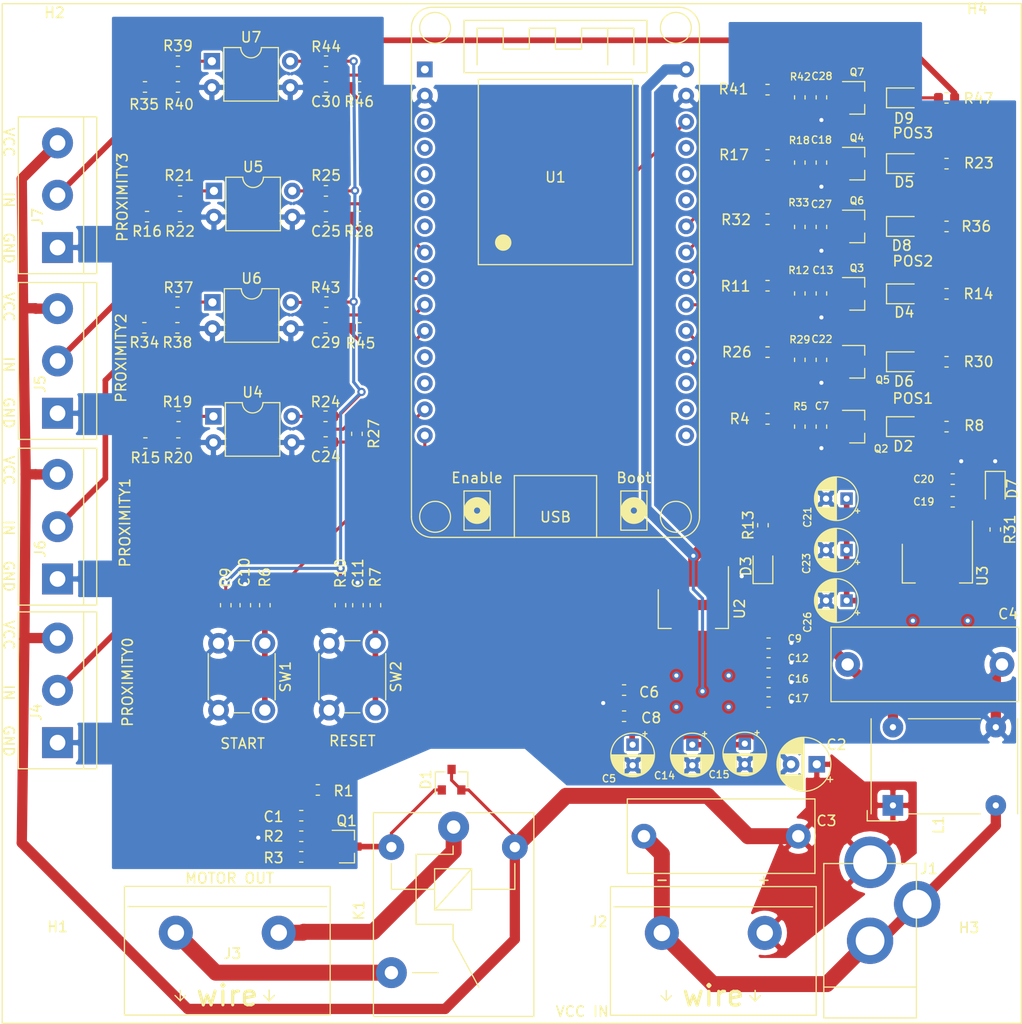
<source format=kicad_pcb>
(kicad_pcb (version 20171130) (host pcbnew "(5.1.5)-3")
  (layers (0 F.Cu signal) (31 B.Cu signal) (34 B.Paste user) (35 F.Paste user) (36 B.SilkS user) (37 F.SilkS user) (38 B.Mask user) (39 F.Mask user) (44 Edge.Cuts user))
  (net 0 "")
  (net 1 GND)
  (net 2 "Net-(C1-Pad1)")
  (net 3 VCC)
  (net 4 "Net-(C3-Pad2)")
  (net 5 VDD)
  (net 6 "Net-(C7-Pad1)")
  (net 7 +5V)
  (net 8 "Net-(C10-Pad1)")
  (net 9 "Net-(C11-Pad1)")
  (net 10 "Net-(C13-Pad1)")
  (net 11 "Net-(C18-Pad1)")
  (net 12 +3V3)
  (net 13 "Net-(C22-Pad1)")
  (net 14 GPIO21)
  (net 15 GPIO18)
  (net 16 "Net-(C27-Pad1)")
  (net 17 "Net-(C28-Pad1)")
  (net 18 GPIO19)
  (net 19 GPIO5)
  (net 20 "Net-(D1-Pad1)")
  (net 21 "Net-(D2-Pad2)")
  (net 22 "Net-(D2-Pad1)")
  (net 23 "Net-(D3-Pad2)")
  (net 24 "Net-(D4-Pad2)")
  (net 25 "Net-(D4-Pad1)")
  (net 26 "Net-(D5-Pad2)")
  (net 27 "Net-(D5-Pad1)")
  (net 28 "Net-(D6-Pad1)")
  (net 29 "Net-(D6-Pad2)")
  (net 30 "Net-(D7-Pad2)")
  (net 31 "Net-(D8-Pad1)")
  (net 32 "Net-(D8-Pad2)")
  (net 33 "Net-(D9-Pad1)")
  (net 34 "Net-(D9-Pad2)")
  (net 35 "Net-(J3-Pad2)")
  (net 36 "Net-(J3-Pad1)")
  (net 37 "Net-(J4-Pad2)")
  (net 38 "Net-(J5-Pad2)")
  (net 39 "Net-(J6-Pad2)")
  (net 40 "Net-(J7-Pad2)")
  (net 41 "Net-(Q1-Pad2)")
  (net 42 GPIO13)
  (net 43 GPIO34)
  (net 44 GPIO22)
  (net 45 GPIO23)
  (net 46 GPIO32)
  (net 47 "Net-(R15-Pad1)")
  (net 48 "Net-(R16-Pad1)")
  (net 49 GPIO25)
  (net 50 "Net-(R19-Pad1)")
  (net 51 "Net-(R21-Pad1)")
  (net 52 "Net-(R24-Pad2)")
  (net 53 "Net-(R25-Pad2)")
  (net 54 GPIO35)
  (net 55 GPIO33)
  (net 56 "Net-(R34-Pad1)")
  (net 57 "Net-(R35-Pad1)")
  (net 58 "Net-(R37-Pad1)")
  (net 59 "Net-(R39-Pad1)")
  (net 60 GPIO26)
  (net 61 "Net-(R43-Pad2)")
  (net 62 "Net-(R44-Pad2)")
  (net 63 "Net-(U1-Pad1)")
  (net 64 "Net-(U1-Pad3)")
  (net 65 "Net-(U1-Pad4)")
  (net 66 "Net-(U1-Pad5)")
  (net 67 "Net-(U1-Pad6)")
  (net 68 "Net-(U1-Pad7)")
  (net 69 "Net-(U1-Pad12)")
  (net 70 "Net-(U1-Pad13)")
  (net 71 "Net-(U1-Pad16)")
  (net 72 "Net-(U1-Pad17)")
  (net 73 "Net-(U1-Pad18)")
  (net 74 "Net-(U1-Pad25)")
  (net 75 "Net-(U1-Pad26)")
  (net 76 "Net-(U1-Pad27)")
  (module esp32_devkit_v1_doit:esp32_devkit_v1_doit (layer F.Cu) (at 163 61)
    (fp_text reference U1 (at 0 10.47) (layer F.SilkS))
    (fp_text value ESP32_devkit_V1_30pin)
    (fp_text user USB (at 0 43.49) (layer F.SilkS))
    (fp_text user Boot (at 7.62 39.68) (layer F.SilkS))
    (fp_text user Enable (at -7.62 39.68) (layer F.SilkS))
    (pad 1 thru_hole rect (at -12.7 0) (size 1.524 1.524) (drill 0.762) (layers *.Cu *.Mask) (net 63 "Net-(U1-Pad1)"))
    (pad 2 thru_hole circle (at -12.7 2.54) (size 1.524 1.524) (drill 0.762) (layers *.Cu *.Mask) (net 1 GND))
    (pad 3 thru_hole circle (at -12.7 5.08) (size 1.524 1.524) (drill 0.762) (layers *.Cu *.Mask) (net 64 "Net-(U1-Pad3)"))
    (pad 4 thru_hole circle (at -12.7 7.62) (size 1.524 1.524) (drill 0.762) (layers *.Cu *.Mask) (net 65 "Net-(U1-Pad4)"))
    (pad 5 thru_hole circle (at -12.7 10.16) (size 1.524 1.524) (drill 0.762) (layers *.Cu *.Mask) (net 66 "Net-(U1-Pad5)"))
    (pad 6 thru_hole circle (at -12.7 12.7) (size 1.524 1.524) (drill 0.762) (layers *.Cu *.Mask) (net 67 "Net-(U1-Pad6)"))
    (pad 7 thru_hole circle (at -12.7 15.24) (size 1.524 1.524) (drill 0.762) (layers *.Cu *.Mask) (net 68 "Net-(U1-Pad7)"))
    (pad 8 thru_hole circle (at -12.7 17.78) (size 1.524 1.524) (drill 0.762) (layers *.Cu *.Mask) (net 19 GPIO5))
    (pad 9 thru_hole circle (at -12.7 20.32) (size 1.524 1.524) (drill 0.762) (layers *.Cu *.Mask) (net 15 GPIO18))
    (pad 10 thru_hole circle (at -12.7 22.86) (size 1.524 1.524) (drill 0.762) (layers *.Cu *.Mask) (net 18 GPIO19))
    (pad 11 thru_hole circle (at -12.7 25.4) (size 1.524 1.524) (drill 0.762) (layers *.Cu *.Mask) (net 14 GPIO21))
    (pad 12 thru_hole circle (at -12.7 27.94) (size 1.524 1.524) (drill 0.762) (layers *.Cu *.Mask) (net 69 "Net-(U1-Pad12)"))
    (pad 13 thru_hole circle (at -12.7 30.48) (size 1.524 1.524) (drill 0.762) (layers *.Cu *.Mask) (net 70 "Net-(U1-Pad13)"))
    (pad 14 thru_hole circle (at -12.7 33.02) (size 1.524 1.524) (drill 0.762) (layers *.Cu *.Mask) (net 44 GPIO22))
    (pad 15 thru_hole circle (at -12.7 35.56) (size 1.524 1.524) (drill 0.762) (layers *.Cu *.Mask) (net 45 GPIO23))
    (pad 16 thru_hole circle (at 12.7 35.56) (size 1.524 1.524) (drill 0.762) (layers *.Cu *.Mask) (net 71 "Net-(U1-Pad16)"))
    (pad 17 thru_hole circle (at 12.7 33.02) (size 1.524 1.524) (drill 0.762) (layers *.Cu *.Mask) (net 72 "Net-(U1-Pad17)"))
    (pad 18 thru_hole circle (at 12.7 30.48) (size 1.524 1.524) (drill 0.762) (layers *.Cu *.Mask) (net 73 "Net-(U1-Pad18)"))
    (pad 19 thru_hole circle (at 12.7 27.94) (size 1.524 1.524) (drill 0.762) (layers *.Cu *.Mask) (net 43 GPIO34))
    (pad 20 thru_hole circle (at 12.7 25.4) (size 1.524 1.524) (drill 0.762) (layers *.Cu *.Mask) (net 54 GPIO35))
    (pad 21 thru_hole circle (at 12.7 22.86) (size 1.524 1.524) (drill 0.762) (layers *.Cu *.Mask) (net 46 GPIO32))
    (pad 22 thru_hole circle (at 12.7 20.32) (size 1.524 1.524) (drill 0.762) (layers *.Cu *.Mask) (net 55 GPIO33))
    (pad 23 thru_hole circle (at 12.7 17.78) (size 1.524 1.524) (drill 0.762) (layers *.Cu *.Mask) (net 49 GPIO25))
    (pad 24 thru_hole circle (at 12.7 15.24) (size 1.524 1.524) (drill 0.762) (layers *.Cu *.Mask) (net 60 GPIO26))
    (pad 25 thru_hole circle (at 12.7 12.7) (size 1.524 1.524) (drill 0.762) (layers *.Cu *.Mask) (net 74 "Net-(U1-Pad25)"))
    (pad 26 thru_hole circle (at 12.7 10.16) (size 1.524 1.524) (drill 0.762) (layers *.Cu *.Mask) (net 75 "Net-(U1-Pad26)"))
    (pad 27 thru_hole circle (at 12.7 7.62) (size 1.524 1.524) (drill 0.762) (layers *.Cu *.Mask) (net 76 "Net-(U1-Pad27)"))
    (pad 28 thru_hole circle (at 12.7 5.08) (size 1.524 1.524) (drill 0.762) (layers *.Cu *.Mask) (net 42 GPIO13))
    (pad 29 thru_hole circle (at 12.7 2.54) (size 1.524 1.524) (drill 0.762) (layers *.Cu *.Mask) (net 1 GND))
    (pad 30 thru_hole circle (at 12.7 0) (size 1.524 1.524) (drill 0.762) (layers *.Cu *.Mask) (net 7 +5V))
  )
  (module Capacitor_SMD:C_0603_1608Metric (layer F.Cu) (at 138.2875 133.5 180)
    (fp_text reference C1 (at 2.6875 -0.1) (layer F.SilkS))
    (fp_text value 100nF)
    (pad 2 smd roundrect (at 0.7875 0 180) (size 0.875 0.95) (layers F.Cu F.Paste F.Mask) (net 1 GND))
    (pad 1 smd roundrect (at -0.7875 0 180) (size 0.875 0.95) (layers F.Cu F.Paste F.Mask) (net 2 "Net-(C1-Pad1)"))
  )
  (module Capacitor_THT:CP_Radial_D4.0mm_P2.00mm (layer F.Cu) (at 170.5 126.6 270)
    (fp_text reference C5 (at 3.3 2.3 180) (layer F.SilkS) (effects (font (size 0.7 0.7) (thickness 0.125))))
    (fp_text value 10uF)
    (pad 1 thru_hole rect (at 0 0 270) (size 1.2 1.2) (drill 0.6) (layers *.Cu *.Mask) (net 5 VDD))
    (pad 2 thru_hole circle (at 2 0 270) (size 1.2 1.2) (drill 0.6) (layers *.Cu *.Mask) (net 1 GND))
  )
  (module Capacitor_SMD:C_0603_1608Metric (layer F.Cu) (at 169.6675 121.295 180)
    (fp_text reference C6 (at -2.4325 -0.205) (layer F.SilkS))
    (fp_text value 100nF)
    (pad 1 smd roundrect (at -0.7875 0 180) (size 0.875 0.95) (layers F.Cu F.Paste F.Mask) (net 5 VDD))
    (pad 2 smd roundrect (at 0.7875 0 180) (size 0.875 0.95) (layers F.Cu F.Paste F.Mask) (net 1 GND))
  )
  (module Capacitor_SMD:C_0603_1608Metric (layer F.Cu) (at 188.85 95.7 270)
    (fp_text reference C7 (at -2 -0.05 180) (layer F.SilkS) (effects (font (size 0.7 0.7) (thickness 0.125))))
    (fp_text value 100nF)
    (pad 1 smd roundrect (at -0.7875 0 270) (size 0.875 0.95) (layers F.Cu F.Paste F.Mask) (net 6 "Net-(C7-Pad1)"))
    (pad 2 smd roundrect (at 0.7875 0 270) (size 0.875 0.95) (layers F.Cu F.Paste F.Mask) (net 1 GND))
  )
  (module Capacitor_SMD:C_0603_1608Metric (layer F.Cu) (at 169.6675 123.835 180)
    (fp_text reference C8 (at -2.6325 -0.165) (layer F.SilkS))
    (fp_text value 100nF)
    (pad 2 smd roundrect (at 0.7875 0 180) (size 0.875 0.95) (layers F.Cu F.Paste F.Mask) (net 1 GND))
    (pad 1 smd roundrect (at -0.7875 0 180) (size 0.875 0.95) (layers F.Cu F.Paste F.Mask) (net 5 VDD))
  )
  (module Capacitor_SMD:C_0603_1608Metric (layer F.Cu) (at 183.7125 116.745)
    (fp_text reference C9 (at 2.54 -0.445) (layer F.SilkS) (effects (font (size 0.7 0.7) (thickness 0.125))))
    (fp_text value 100nF)
    (pad 1 smd roundrect (at -0.7875 0) (size 0.875 0.95) (layers F.Cu F.Paste F.Mask) (net 7 +5V))
    (pad 2 smd roundrect (at 0.7875 0) (size 0.875 0.95) (layers F.Cu F.Paste F.Mask) (net 1 GND))
  )
  (module Capacitor_SMD:C_0603_1608Metric (layer F.Cu) (at 132.85 113.05 90)
    (fp_text reference C10 (at 3.1875 -0.1 90) (layer F.SilkS))
    (fp_text value 100nF)
    (pad 2 smd roundrect (at 0.7875 0 90) (size 0.875 0.95) (layers F.Cu F.Paste F.Mask) (net 1 GND))
    (pad 1 smd roundrect (at -0.7875 0 90) (size 0.875 0.95) (layers F.Cu F.Paste F.Mask) (net 8 "Net-(C10-Pad1)"))
  )
  (module Capacitor_SMD:C_0603_1608Metric (layer F.Cu) (at 143.8 113.05 90)
    (fp_text reference C11 (at 3.1 0 90) (layer F.SilkS))
    (fp_text value 100nF)
    (pad 1 smd roundrect (at -0.7875 0 90) (size 0.875 0.95) (layers F.Cu F.Paste F.Mask) (net 9 "Net-(C11-Pad1)"))
    (pad 2 smd roundrect (at 0.7875 0 90) (size 0.875 0.95) (layers F.Cu F.Paste F.Mask) (net 1 GND))
  )
  (module Capacitor_SMD:C_0603_1608Metric (layer F.Cu) (at 183.7125 118.65)
    (fp_text reference C12 (at 2.8875 -0.45) (layer F.SilkS) (effects (font (size 0.7 0.7) (thickness 0.125))))
    (fp_text value 100nF)
    (pad 2 smd roundrect (at 0.7875 0) (size 0.875 0.95) (layers F.Cu F.Paste F.Mask) (net 1 GND))
    (pad 1 smd roundrect (at -0.7875 0) (size 0.875 0.95) (layers F.Cu F.Paste F.Mask) (net 7 +5V))
  )
  (module Capacitor_SMD:C_0603_1608Metric (layer F.Cu) (at 188.85 82.7625 270)
    (fp_text reference C13 (at -2.2625 -0.15 180) (layer F.SilkS) (effects (font (size 0.7 0.7) (thickness 0.125))))
    (fp_text value 100nF)
    (pad 1 smd roundrect (at -0.7875 0 270) (size 0.875 0.95) (layers F.Cu F.Paste F.Mask) (net 10 "Net-(C13-Pad1)"))
    (pad 2 smd roundrect (at 0.7875 0 270) (size 0.875 0.95) (layers F.Cu F.Paste F.Mask) (net 1 GND))
  )
  (module Capacitor_THT:CP_Radial_D4.0mm_P2.00mm (layer F.Cu) (at 176.3 126.6 270)
    (fp_text reference C14 (at 3 2.7 180) (layer F.SilkS) (effects (font (size 0.7 0.7) (thickness 0.125))))
    (fp_text value 10uF)
    (pad 2 thru_hole circle (at 2 0 270) (size 1.2 1.2) (drill 0.6) (layers *.Cu *.Mask) (net 1 GND))
    (pad 1 thru_hole rect (at 0 0 270) (size 1.2 1.2) (drill 0.6) (layers *.Cu *.Mask) (net 7 +5V))
  )
  (module Capacitor_THT:CP_Radial_D4.0mm_P2.00mm (layer F.Cu) (at 181.4 126.5 270)
    (fp_text reference C15 (at 3 2.5 180) (layer F.SilkS) (effects (font (size 0.7 0.7) (thickness 0.125))))
    (fp_text value 10uF)
    (pad 1 thru_hole rect (at 0 0 270) (size 1.2 1.2) (drill 0.6) (layers *.Cu *.Mask) (net 7 +5V))
    (pad 2 thru_hole circle (at 2 0 270) (size 1.2 1.2) (drill 0.6) (layers *.Cu *.Mask) (net 1 GND))
  )
  (module Capacitor_SMD:C_0603_1608Metric (layer F.Cu) (at 183.7125 120.555)
    (fp_text reference C16 (at 2.8875 -0.355) (layer F.SilkS) (effects (font (size 0.7 0.7) (thickness 0.125))))
    (fp_text value 100nF)
    (pad 1 smd roundrect (at -0.7875 0) (size 0.875 0.95) (layers F.Cu F.Paste F.Mask) (net 7 +5V))
    (pad 2 smd roundrect (at 0.7875 0) (size 0.875 0.95) (layers F.Cu F.Paste F.Mask) (net 1 GND))
  )
  (module Capacitor_SMD:C_0603_1608Metric (layer F.Cu) (at 183.7125 122.46)
    (fp_text reference C17 (at 2.8875 -0.36) (layer F.SilkS) (effects (font (size 0.7 0.7) (thickness 0.125))))
    (fp_text value 100nF)
    (pad 2 smd roundrect (at 0.7875 0) (size 0.875 0.95) (layers F.Cu F.Paste F.Mask) (net 1 GND))
    (pad 1 smd roundrect (at -0.7875 0) (size 0.875 0.95) (layers F.Cu F.Paste F.Mask) (net 7 +5V))
  )
  (module Capacitor_SMD:C_0603_1608Metric (layer F.Cu) (at 188.85 70.05 270)
    (fp_text reference C18 (at -2.2125 0 180) (layer F.SilkS) (effects (font (size 0.7 0.7) (thickness 0.125))))
    (fp_text value 100nF)
    (pad 1 smd roundrect (at -0.7875 0 270) (size 0.875 0.95) (layers F.Cu F.Paste F.Mask) (net 11 "Net-(C18-Pad1)"))
    (pad 2 smd roundrect (at 0.7875 0 270) (size 0.875 0.95) (layers F.Cu F.Paste F.Mask) (net 1 GND))
  )
  (module Capacitor_SMD:C_0603_1608Metric (layer F.Cu) (at 201.6125 103)
    (fp_text reference C19 (at -2.8125 0) (layer F.SilkS) (effects (font (size 0.7 0.7) (thickness 0.125))))
    (fp_text value 100nF)
    (pad 1 smd roundrect (at -0.7875 0) (size 0.875 0.95) (layers F.Cu F.Paste F.Mask) (net 12 +3V3))
    (pad 2 smd roundrect (at 0.7875 0) (size 0.875 0.95) (layers F.Cu F.Paste F.Mask) (net 1 GND))
  )
  (module Capacitor_SMD:C_0603_1608Metric (layer F.Cu) (at 201.6125 100.8)
    (fp_text reference C20 (at -2.8125 0) (layer F.SilkS) (effects (font (size 0.7 0.7) (thickness 0.125))))
    (fp_text value 100nF)
    (pad 2 smd roundrect (at 0.7875 0) (size 0.875 0.95) (layers F.Cu F.Paste F.Mask) (net 1 GND))
    (pad 1 smd roundrect (at -0.7875 0) (size 0.875 0.95) (layers F.Cu F.Paste F.Mask) (net 12 +3V3))
  )
  (module Capacitor_THT:CP_Radial_D4.0mm_P2.00mm (layer F.Cu) (at 191.3 102.7 180)
    (fp_text reference C21 (at 3.8 -1.8 270) (layer F.SilkS) (effects (font (size 0.7 0.7) (thickness 0.125))))
    (fp_text value 100nF)
    (pad 2 thru_hole circle (at 2 0 180) (size 1.2 1.2) (drill 0.6) (layers *.Cu *.Mask) (net 1 GND))
    (pad 1 thru_hole rect (at 0 0 180) (size 1.2 1.2) (drill 0.6) (layers *.Cu *.Mask) (net 12 +3V3))
  )
  (module Capacitor_SMD:C_0603_1608Metric (layer F.Cu) (at 188.85 89.2125 270)
    (fp_text reference C22 (at -2.0125 -0.05 180) (layer F.SilkS) (effects (font (size 0.7 0.7) (thickness 0.125))))
    (fp_text value 100nF)
    (pad 2 smd roundrect (at 0.7875 0 270) (size 0.875 0.95) (layers F.Cu F.Paste F.Mask) (net 1 GND))
    (pad 1 smd roundrect (at -0.7875 0 270) (size 0.875 0.95) (layers F.Cu F.Paste F.Mask) (net 13 "Net-(C22-Pad1)"))
  )
  (module Capacitor_THT:CP_Radial_D4.0mm_P2.00mm (layer F.Cu) (at 191.3 107.7 180)
    (fp_text reference C23 (at 3.9 -1.3 270) (layer F.SilkS) (effects (font (size 0.7 0.7) (thickness 0.125))))
    (fp_text value 1uF)
    (pad 2 thru_hole circle (at 2 0 180) (size 1.2 1.2) (drill 0.6) (layers *.Cu *.Mask) (net 1 GND))
    (pad 1 thru_hole rect (at 0 0 180) (size 1.2 1.2) (drill 0.6) (layers *.Cu *.Mask) (net 12 +3V3))
  )
  (module Capacitor_SMD:C_0603_1608Metric (layer F.Cu) (at 140.6625 97.2 180)
    (fp_text reference C24 (at 0 -1.43) (layer F.SilkS))
    (fp_text value 100nF)
    (pad 1 smd roundrect (at -0.7875 0 180) (size 0.875 0.95) (layers F.Cu F.Paste F.Mask) (net 14 GPIO21))
    (pad 2 smd roundrect (at 0.7875 0 180) (size 0.875 0.95) (layers F.Cu F.Paste F.Mask) (net 1 GND))
  )
  (module Capacitor_SMD:C_0603_1608Metric (layer F.Cu) (at 140.6875 75.3 180)
    (fp_text reference C25 (at 0 -1.43) (layer F.SilkS))
    (fp_text value 100nF)
    (pad 1 smd roundrect (at -0.7875 0 180) (size 0.875 0.95) (layers F.Cu F.Paste F.Mask) (net 15 GPIO18))
    (pad 2 smd roundrect (at 0.7875 0 180) (size 0.875 0.95) (layers F.Cu F.Paste F.Mask) (net 1 GND))
  )
  (module Capacitor_THT:CP_Radial_D4.0mm_P2.00mm (layer F.Cu) (at 191.3 112.6 180)
    (fp_text reference C26 (at 3.8 -2.1 270) (layer F.SilkS) (effects (font (size 0.7 0.7) (thickness 0.125))))
    (fp_text value 100uF)
    (pad 1 thru_hole rect (at 0 0 180) (size 1.2 1.2) (drill 0.6) (layers *.Cu *.Mask) (net 12 +3V3))
    (pad 2 thru_hole circle (at 2 0 180) (size 1.2 1.2) (drill 0.6) (layers *.Cu *.Mask) (net 1 GND))
  )
  (module Capacitor_SMD:C_0603_1608Metric (layer F.Cu) (at 188.85 76.3 270)
    (fp_text reference C27 (at -2.2125 0 180) (layer F.SilkS) (effects (font (size 0.7 0.7) (thickness 0.125))))
    (fp_text value 100nF)
    (pad 2 smd roundrect (at 0.7875 0 270) (size 0.875 0.95) (layers F.Cu F.Paste F.Mask) (net 1 GND))
    (pad 1 smd roundrect (at -0.7875 0 270) (size 0.875 0.95) (layers F.Cu F.Paste F.Mask) (net 16 "Net-(C27-Pad1)"))
  )
  (module Capacitor_SMD:C_0603_1608Metric (layer F.Cu) (at 188.85 63.7125 270)
    (fp_text reference C28 (at -2.0625 -0.05 180) (layer F.SilkS) (effects (font (size 0.7 0.7) (thickness 0.125))))
    (fp_text value 100nF)
    (pad 2 smd roundrect (at 0.7875 0 270) (size 0.875 0.95) (layers F.Cu F.Paste F.Mask) (net 1 GND))
    (pad 1 smd roundrect (at -0.7875 0 270) (size 0.875 0.95) (layers F.Cu F.Paste F.Mask) (net 17 "Net-(C28-Pad1)"))
  )
  (module Capacitor_SMD:C_0603_1608Metric (layer F.Cu) (at 140.65 86.1 180)
    (fp_text reference C29 (at 0 -1.43) (layer F.SilkS))
    (fp_text value 100nF)
    (pad 2 smd roundrect (at 0.7875 0 180) (size 0.875 0.95) (layers F.Cu F.Paste F.Mask) (net 1 GND))
    (pad 1 smd roundrect (at -0.7875 0 180) (size 0.875 0.95) (layers F.Cu F.Paste F.Mask) (net 18 GPIO19))
  )
  (module Capacitor_SMD:C_0603_1608Metric (layer F.Cu) (at 140.6875 62.7 180)
    (fp_text reference C30 (at 0 -1.43) (layer F.SilkS))
    (fp_text value 100nF)
    (pad 1 smd roundrect (at -0.7875 0 180) (size 0.875 0.95) (layers F.Cu F.Paste F.Mask) (net 19 GPIO5))
    (pad 2 smd roundrect (at 0.7875 0 180) (size 0.875 0.95) (layers F.Cu F.Paste F.Mask) (net 1 GND))
  )
  (module Package_TO_SOT_SMD:SOT-23 (layer F.Cu) (at 152.9 130 90)
    (fp_text reference D1 (at 0 -2.5 90) (layer F.SilkS))
    (fp_text value BAV99)
    (pad 3 smd rect (at 1 0 90) (size 0.9 0.8) (layers F.Cu F.Paste F.Mask) (net 3 VCC))
    (pad 2 smd rect (at -1 0.95 90) (size 0.9 0.8) (layers F.Cu F.Paste F.Mask) (net 3 VCC))
    (pad 1 smd rect (at -1 -0.95 90) (size 0.9 0.8) (layers F.Cu F.Paste F.Mask) (net 20 "Net-(D1-Pad1)"))
  )
  (module LED_SMD:LED_0805_2012Metric (layer F.Cu) (at 196.8625 95.7)
    (fp_text reference D2 (at -0.0625 1.9) (layer F.SilkS))
    (fp_text value ledGreenPos1)
    (pad 2 smd roundrect (at 0.9375 0) (size 0.975 1.4) (layers F.Cu F.Paste F.Mask) (net 21 "Net-(D2-Pad2)"))
    (pad 1 smd roundrect (at -0.9375 0) (size 0.975 1.4) (layers F.Cu F.Paste F.Mask) (net 22 "Net-(D2-Pad1)"))
  )
  (module LED_SMD:LED_0805_2012Metric (layer F.Cu) (at 183.165 109.2675 90)
    (fp_text reference D3 (at 0 -1.65 90) (layer F.SilkS))
    (fp_text value LED_5v)
    (pad 2 smd roundrect (at 0.9375 0 90) (size 0.975 1.4) (layers F.Cu F.Paste F.Mask) (net 23 "Net-(D3-Pad2)"))
    (pad 1 smd roundrect (at -0.9375 0 90) (size 0.975 1.4) (layers F.Cu F.Paste F.Mask) (net 1 GND))
  )
  (module LED_SMD:LED_0805_2012Metric (layer F.Cu) (at 196.8625 82.8)
    (fp_text reference D4 (at 0.0375 1.8) (layer F.SilkS))
    (fp_text value ledGreenPos2)
    (pad 2 smd roundrect (at 0.9375 0) (size 0.975 1.4) (layers F.Cu F.Paste F.Mask) (net 24 "Net-(D4-Pad2)"))
    (pad 1 smd roundrect (at -0.9375 0) (size 0.975 1.4) (layers F.Cu F.Paste F.Mask) (net 25 "Net-(D4-Pad1)"))
  )
  (module LED_SMD:LED_0805_2012Metric (layer F.Cu) (at 196.8625 70.15)
    (fp_text reference D5 (at 0.0375 1.8) (layer F.SilkS))
    (fp_text value ledGreenPos3)
    (pad 2 smd roundrect (at 0.9375 0) (size 0.975 1.4) (layers F.Cu F.Paste F.Mask) (net 26 "Net-(D5-Pad2)"))
    (pad 1 smd roundrect (at -0.9375 0) (size 0.975 1.4) (layers F.Cu F.Paste F.Mask) (net 27 "Net-(D5-Pad1)"))
  )
  (module LED_SMD:LED_0805_2012Metric (layer F.Cu) (at 196.8625 89.4)
    (fp_text reference D6 (at 0 1.9) (layer F.SilkS))
    (fp_text value ledRedPos1)
    (pad 1 smd roundrect (at -0.9375 0) (size 0.975 1.4) (layers F.Cu F.Paste F.Mask) (net 28 "Net-(D6-Pad1)"))
    (pad 2 smd roundrect (at 0.9375 0) (size 0.975 1.4) (layers F.Cu F.Paste F.Mask) (net 29 "Net-(D6-Pad2)"))
  )
  (module LED_SMD:LED_0805_2012Metric (layer F.Cu) (at 205.75 101.735 270)
    (fp_text reference D7 (at 0 -1.65 90) (layer F.SilkS))
    (fp_text value LED_3.3v)
    (pad 1 smd roundrect (at -0.9375 0 270) (size 0.975 1.4) (layers F.Cu F.Paste F.Mask) (net 1 GND))
    (pad 2 smd roundrect (at 0.9375 0 270) (size 0.975 1.4) (layers F.Cu F.Paste F.Mask) (net 30 "Net-(D7-Pad2)"))
  )
  (module LED_SMD:LED_0805_2012Metric (layer F.Cu) (at 196.8625 76.25)
    (fp_text reference D8 (at -0.2125 1.85) (layer F.SilkS))
    (fp_text value ledRedPos2)
    (pad 1 smd roundrect (at -0.9375 0) (size 0.975 1.4) (layers F.Cu F.Paste F.Mask) (net 31 "Net-(D8-Pad1)"))
    (pad 2 smd roundrect (at 0.9375 0) (size 0.975 1.4) (layers F.Cu F.Paste F.Mask) (net 32 "Net-(D8-Pad2)"))
  )
  (module LED_SMD:LED_0805_2012Metric (layer F.Cu) (at 196.8625 63.76)
    (fp_text reference D9 (at 0.0025 1.99) (layer F.SilkS))
    (fp_text value ledRedPos3)
    (pad 1 smd roundrect (at -0.9375 0) (size 0.975 1.4) (layers F.Cu F.Paste F.Mask) (net 33 "Net-(D9-Pad1)"))
    (pad 2 smd roundrect (at 0.9375 0) (size 0.975 1.4) (layers F.Cu F.Paste F.Mask) (net 34 "Net-(D9-Pad2)"))
  )
  (module MountingHole:MountingHole_3.2mm_M3 (layer F.Cu) (at 114.6 148.5)
    (fp_text reference H1 (at 0 -4.2) (layer F.SilkS))
    (fp_text value MountingHole)
    (pad 1 np_thru_hole circle (at 0 0) (size 3.2 3.2) (drill 3.2) (layers *.Cu *.Mask))
  )
  (module MountingHole:MountingHole_3.2mm_M3 (layer F.Cu) (at 114.3 59.69)
    (fp_text reference H2 (at 0 -4.2) (layer F.SilkS))
    (fp_text value MountingHole)
    (pad 1 np_thru_hole circle (at 0 0) (size 3.2 3.2) (drill 3.2) (layers *.Cu *.Mask))
  )
  (module MountingHole:MountingHole_3.2mm_M3 (layer F.Cu) (at 203.2 148.59)
    (fp_text reference H3 (at 0 -4.2) (layer F.SilkS))
    (fp_text value MountingHole)
    (pad 1 np_thru_hole circle (at 0 0) (size 3.2 3.2) (drill 3.2) (layers *.Cu *.Mask))
  )
  (module MountingHole:MountingHole_3.2mm_M3 (layer F.Cu) (at 204 59.3)
    (fp_text reference H4 (at 0 -4.2) (layer F.SilkS))
    (fp_text value MountingHole)
    (pad 1 np_thru_hole circle (at 0 0) (size 3.2 3.2) (drill 3.2) (layers *.Cu *.Mask))
  )
  (module Librerie_LEO:jack_alimentazione_switchcraft (layer F.Cu) (at 193.58 145.65)
    (fp_text reference J1 (at 5.715 -6.985) (layer F.SilkS))
    (fp_text value Jack_12v_DC)
    (pad 1 thru_hole circle (at 0 -7.62) (size 5 5) (drill 3.3) (layers *.Cu *.Mask) (net 3 VCC))
    (pad 2 thru_hole circle (at 0 0) (size 4.5 4.5) (drill 2.8) (layers *.Cu *.Mask) (net 4 "Net-(C3-Pad2)"))
    (pad 3 thru_hole circle (at 4.572 -3.556) (size 4.5 4.5) (drill 2.8) (layers *.Cu *.Mask) (net 4 "Net-(C3-Pad2)"))
  )
  (module Librerie_LEO:morsetto_2vie_P10.0mm (layer F.Cu) (at 178.34 146.92)
    (fp_text reference J2 (at -11.14 -3.12) (layer F.SilkS))
    (fp_text value "ingresso Vcc")
    (fp_text user wire (at 0 4.064) (layer F.SilkS) (effects (font (size 2 2) (thickness 0.3))))
    (pad 1 thru_hole circle (at -5 -2.032) (size 3.3 3.3) (drill 1.6) (layers *.Cu *.Mask) (net 4 "Net-(C3-Pad2)"))
    (pad 2 thru_hole circle (at 5 -2.032) (size 3.3 3.3) (drill 1.6) (layers *.Cu *.Mask) (net 3 VCC))
  )
  (module Librerie_LEO:morsetto_2vie_P10.0mm (layer F.Cu) (at 131.1 146.9)
    (fp_text reference J3 (at 0.508 0) (layer F.SilkS))
    (fp_text value "Motor OUT")
    (fp_text user wire (at 0 4.064) (layer F.SilkS) (effects (font (size 2 2) (thickness 0.3))))
    (pad 2 thru_hole circle (at 5 -2.032) (size 3.3 3.3) (drill 1.6) (layers *.Cu *.Mask) (net 35 "Net-(J3-Pad2)"))
    (pad 1 thru_hole circle (at -5 -2.032) (size 3.3 3.3) (drill 1.6) (layers *.Cu *.Mask) (net 36 "Net-(J3-Pad1)"))
  )
  (module TerminalBlock:TerminalBlock_bornier-3_P5.08mm (layer F.Cu) (at 114.6 126.4 90)
    (fp_text reference J4 (at 2.956 -2.078 90) (layer F.SilkS))
    (fp_text value PNP_proximity0)
    (pad 1 thru_hole rect (at 0 0 90) (size 3 3) (drill 1.52) (layers *.Cu *.Mask) (net 1 GND))
    (pad 2 thru_hole circle (at 5.08 0 90) (size 3 3) (drill 1.52) (layers *.Cu *.Mask) (net 37 "Net-(J4-Pad2)"))
    (pad 3 thru_hole circle (at 10.16 0 90) (size 3 3) (drill 1.52) (layers *.Cu *.Mask) (net 3 VCC))
  )
  (module TerminalBlock:TerminalBlock_bornier-3_P5.08mm (layer F.Cu) (at 114.6 94.4 90)
    (fp_text reference J5 (at 2.833 -1.697 90) (layer F.SilkS))
    (fp_text value PNP_proximity2)
    (pad 1 thru_hole rect (at 0 0 90) (size 3 3) (drill 1.52) (layers *.Cu *.Mask) (net 1 GND))
    (pad 2 thru_hole circle (at 5.08 0 90) (size 3 3) (drill 1.52) (layers *.Cu *.Mask) (net 38 "Net-(J5-Pad2)"))
    (pad 3 thru_hole circle (at 10.16 0 90) (size 3 3) (drill 1.52) (layers *.Cu *.Mask) (net 3 VCC))
  )
  (module TerminalBlock:TerminalBlock_bornier-3_P5.08mm (layer F.Cu) (at 114.6 110.5 90)
    (fp_text reference J6 (at 2.931 -1.697 90) (layer F.SilkS))
    (fp_text value PNP_proximity1)
    (pad 3 thru_hole circle (at 10.16 0 90) (size 3 3) (drill 1.52) (layers *.Cu *.Mask) (net 3 VCC))
    (pad 2 thru_hole circle (at 5.08 0 90) (size 3 3) (drill 1.52) (layers *.Cu *.Mask) (net 39 "Net-(J6-Pad2)"))
    (pad 1 thru_hole rect (at 0 0 90) (size 3 3) (drill 1.52) (layers *.Cu *.Mask) (net 1 GND))
  )
  (module TerminalBlock:TerminalBlock_bornier-3_P5.08mm (layer F.Cu) (at 114.6 78.3 90)
    (fp_text reference J7 (at 2.989 -1.951 90) (layer F.SilkS))
    (fp_text value PNP_proximity3)
    (pad 3 thru_hole circle (at 10.16 0 90) (size 3 3) (drill 1.52) (layers *.Cu *.Mask) (net 3 VCC))
    (pad 2 thru_hole circle (at 5.08 0 90) (size 3 3) (drill 1.52) (layers *.Cu *.Mask) (net 40 "Net-(J7-Pad2)"))
    (pad 1 thru_hole rect (at 0 0 90) (size 3 3) (drill 1.52) (layers *.Cu *.Mask) (net 1 GND))
  )
  (module Relay_THT:Relay_SPST_SANYOU_SRD_Series_Form_A (layer F.Cu) (at 153.1 134.6 270)
    (fp_text reference K1 (at 8.1 9.2 90) (layer F.SilkS))
    (fp_text value SANYOU_SRD_Form_A)
    (pad 2 thru_hole circle (at 1.95 6.05) (size 2.5 2.5) (drill 1) (layers *.Cu *.Mask) (net 20 "Net-(D1-Pad1)"))
    (pad 3 thru_hole circle (at 14.15 6.05) (size 3 3) (drill 1.3) (layers *.Cu *.Mask) (net 36 "Net-(J3-Pad1)"))
    (pad 5 thru_hole circle (at 1.95 -5.95) (size 2.5 2.5) (drill 1) (layers *.Cu *.Mask) (net 3 VCC))
    (pad 1 thru_hole circle (at 0 0) (size 3 3) (drill 1.3) (layers *.Cu *.Mask) (net 35 "Net-(J3-Pad2)"))
  )
  (module Inductor_THT:Choke_Schaffner_RN204-04-9.0x14.0mm (layer F.Cu) (at 195.8 132.5 90)
    (fp_text reference L1 (at -1.905 4.445 90) (layer F.SilkS))
    (fp_text value "6/8mH_modo comune")
    (pad 1 thru_hole rect (at 0 0 90) (size 2 2) (drill 0.6) (layers *.Cu *.Mask) (net 3 VCC))
    (pad 2 thru_hole circle (at 7.6 0 90) (size 2 2) (drill 0.6) (layers *.Cu *.Mask) (net 5 VDD))
    (pad 3 thru_hole circle (at 0 10 90) (size 2 2) (drill 0.6) (layers *.Cu *.Mask) (net 4 "Net-(C3-Pad2)"))
    (pad 4 thru_hole circle (at 7.6 10 90) (size 2 2) (drill 0.6) (layers *.Cu *.Mask) (net 1 GND))
  )
  (module Package_TO_SOT_SMD:SOT-23 (layer F.Cu) (at 142.7 136.5)
    (fp_text reference Q1 (at 0 -2.5) (layer F.SilkS))
    (fp_text value BC817)
    (pad 1 smd rect (at -1 -0.95) (size 0.9 0.8) (layers F.Cu F.Paste F.Mask) (net 2 "Net-(C1-Pad1)"))
    (pad 2 smd rect (at -1 0.95) (size 0.9 0.8) (layers F.Cu F.Paste F.Mask) (net 41 "Net-(Q1-Pad2)"))
    (pad 3 smd rect (at 1 0) (size 0.9 0.8) (layers F.Cu F.Paste F.Mask) (net 20 "Net-(D1-Pad1)"))
  )
  (module Package_TO_SOT_SMD:SOT-23 (layer F.Cu) (at 192.3 95.7)
    (fp_text reference Q2 (at 2.35 2.15) (layer F.SilkS) (effects (font (size 0.7 0.7) (thickness 0.125))))
    (fp_text value BC817)
    (pad 3 smd rect (at 1 0) (size 0.9 0.8) (layers F.Cu F.Paste F.Mask) (net 22 "Net-(D2-Pad1)"))
    (pad 2 smd rect (at -1 0.95) (size 0.9 0.8) (layers F.Cu F.Paste F.Mask) (net 1 GND))
    (pad 1 smd rect (at -1 -0.95) (size 0.9 0.8) (layers F.Cu F.Paste F.Mask) (net 6 "Net-(C7-Pad1)"))
  )
  (module Package_TO_SOT_SMD:SOT-23 (layer F.Cu) (at 192.3 82.8)
    (fp_text reference Q3 (at 0 -2.5) (layer F.SilkS) (effects (font (size 0.7 0.7) (thickness 0.125))))
    (fp_text value BC817)
    (pad 1 smd rect (at -1 -0.95) (size 0.9 0.8) (layers F.Cu F.Paste F.Mask) (net 10 "Net-(C13-Pad1)"))
    (pad 2 smd rect (at -1 0.95) (size 0.9 0.8) (layers F.Cu F.Paste F.Mask) (net 1 GND))
    (pad 3 smd rect (at 1 0) (size 0.9 0.8) (layers F.Cu F.Paste F.Mask) (net 25 "Net-(D4-Pad1)"))
  )
  (module Package_TO_SOT_SMD:SOT-23 (layer F.Cu) (at 192.3 70.15)
    (fp_text reference Q4 (at 0 -2.5) (layer F.SilkS) (effects (font (size 0.7 0.7) (thickness 0.125))))
    (fp_text value BC817)
    (pad 3 smd rect (at 1 0) (size 0.9 0.8) (layers F.Cu F.Paste F.Mask) (net 27 "Net-(D5-Pad1)"))
    (pad 2 smd rect (at -1 0.95) (size 0.9 0.8) (layers F.Cu F.Paste F.Mask) (net 1 GND))
    (pad 1 smd rect (at -1 -0.95) (size 0.9 0.8) (layers F.Cu F.Paste F.Mask) (net 11 "Net-(C18-Pad1)"))
  )
  (module Package_TO_SOT_SMD:SOT-23 (layer F.Cu) (at 192.3 89.4)
    (fp_text reference Q5 (at 2.5 1.75) (layer F.SilkS) (effects (font (size 0.7 0.7) (thickness 0.125))))
    (fp_text value BC817)
    (pad 3 smd rect (at 1 0) (size 0.9 0.8) (layers F.Cu F.Paste F.Mask) (net 28 "Net-(D6-Pad1)"))
    (pad 2 smd rect (at -1 0.95) (size 0.9 0.8) (layers F.Cu F.Paste F.Mask) (net 1 GND))
    (pad 1 smd rect (at -1 -0.95) (size 0.9 0.8) (layers F.Cu F.Paste F.Mask) (net 13 "Net-(C22-Pad1)"))
  )
  (module Package_TO_SOT_SMD:SOT-23 (layer F.Cu) (at 192.3 76.25)
    (fp_text reference Q6 (at 0 -2.5) (layer F.SilkS) (effects (font (size 0.7 0.7) (thickness 0.125))))
    (fp_text value BC817)
    (pad 1 smd rect (at -1 -0.95) (size 0.9 0.8) (layers F.Cu F.Paste F.Mask) (net 16 "Net-(C27-Pad1)"))
    (pad 2 smd rect (at -1 0.95) (size 0.9 0.8) (layers F.Cu F.Paste F.Mask) (net 1 GND))
    (pad 3 smd rect (at 1 0) (size 0.9 0.8) (layers F.Cu F.Paste F.Mask) (net 31 "Net-(D8-Pad1)"))
  )
  (module Package_TO_SOT_SMD:SOT-23 (layer F.Cu) (at 192.3 63.76)
    (fp_text reference Q7 (at 0 -2.5) (layer F.SilkS) (effects (font (size 0.7 0.7) (thickness 0.125))))
    (fp_text value BC817)
    (pad 1 smd rect (at -1 -0.95) (size 0.9 0.8) (layers F.Cu F.Paste F.Mask) (net 17 "Net-(C28-Pad1)"))
    (pad 2 smd rect (at -1 0.95) (size 0.9 0.8) (layers F.Cu F.Paste F.Mask) (net 1 GND))
    (pad 3 smd rect (at 1 0) (size 0.9 0.8) (layers F.Cu F.Paste F.Mask) (net 33 "Net-(D9-Pad1)"))
  )
  (module Resistor_SMD:R_0603_1608Metric (layer F.Cu) (at 139.9 131 180)
    (fp_text reference R1 (at -2.5 -0.1) (layer F.SilkS))
    (fp_text value 1K)
    (pad 2 smd roundrect (at 0.7875 0 180) (size 0.875 0.95) (layers F.Cu F.Paste F.Mask) (net 2 "Net-(C1-Pad1)"))
    (pad 1 smd roundrect (at -0.7875 0 180) (size 0.875 0.95) (layers F.Cu F.Paste F.Mask) (net 42 GPIO13))
  )
  (module Resistor_SMD:R_0603_1608Metric (layer F.Cu) (at 138.2875 135.5 180)
    (fp_text reference R2 (at 2.6875 0) (layer F.SilkS))
    (fp_text value 10K)
    (pad 2 smd roundrect (at 0.7875 0 180) (size 0.875 0.95) (layers F.Cu F.Paste F.Mask) (net 1 GND))
    (pad 1 smd roundrect (at -0.7875 0 180) (size 0.875 0.95) (layers F.Cu F.Paste F.Mask) (net 2 "Net-(C1-Pad1)"))
  )
  (module Resistor_SMD:R_0603_1608Metric (layer F.Cu) (at 138.2875 137.5 180)
    (fp_text reference R3 (at 2.6875 -0.1) (layer F.SilkS))
    (fp_text value 4,7R)
    (pad 2 smd roundrect (at 0.7875 0 180) (size 0.875 0.95) (layers F.Cu F.Paste F.Mask) (net 1 GND))
    (pad 1 smd roundrect (at -0.7875 0 180) (size 0.875 0.95) (layers F.Cu F.Paste F.Mask) (net 41 "Net-(Q1-Pad2)"))
  )
  (module Resistor_SMD:R_0603_1608Metric (layer F.Cu) (at 183.6125 94.95)
    (fp_text reference R4 (at -2.7125 0) (layer F.SilkS))
    (fp_text value 1K)
    (pad 2 smd roundrect (at 0.7875 0) (size 0.875 0.95) (layers F.Cu F.Paste F.Mask) (net 6 "Net-(C7-Pad1)"))
    (pad 1 smd roundrect (at -0.7875 0) (size 0.875 0.95) (layers F.Cu F.Paste F.Mask) (net 43 GPIO34))
  )
  (module Resistor_SMD:R_0603_1608Metric (layer F.Cu) (at 186.75 95.7 270)
    (fp_text reference R5 (at -1.9625 -0.05 180) (layer F.SilkS) (effects (font (size 0.7 0.7) (thickness 0.125))))
    (fp_text value 10K)
    (pad 1 smd roundrect (at -0.7875 0 270) (size 0.875 0.95) (layers F.Cu F.Paste F.Mask) (net 6 "Net-(C7-Pad1)"))
    (pad 2 smd roundrect (at 0.7875 0 270) (size 0.875 0.95) (layers F.Cu F.Paste F.Mask) (net 1 GND))
  )
  (module Resistor_SMD:R_0603_1608Metric (layer F.Cu) (at 134.75 113.05 270)
    (fp_text reference R6 (at -2.7125 0 90) (layer F.SilkS))
    (fp_text value 1K)
    (pad 2 smd roundrect (at 0.7875 0 270) (size 0.875 0.95) (layers F.Cu F.Paste F.Mask) (net 8 "Net-(C10-Pad1)"))
    (pad 1 smd roundrect (at -0.7875 0 270) (size 0.875 0.95) (layers F.Cu F.Paste F.Mask) (net 44 GPIO22))
  )
  (module Resistor_SMD:R_0603_1608Metric (layer F.Cu) (at 145.5 113.05 270)
    (fp_text reference R7 (at -2.7125 0 90) (layer F.SilkS))
    (fp_text value 1K)
    (pad 2 smd roundrect (at 0.7875 0 270) (size 0.875 0.95) (layers F.Cu F.Paste F.Mask) (net 9 "Net-(C11-Pad1)"))
    (pad 1 smd roundrect (at -0.7875 0 270) (size 0.875 0.95) (layers F.Cu F.Paste F.Mask) (net 45 GPIO23))
  )
  (module Resistor_SMD:R_0603_1608Metric (layer F.Cu) (at 201.0125 95.7)
    (fp_text reference R8 (at 2.6875 -0.1) (layer F.SilkS))
    (fp_text value 1K)
    (pad 2 smd roundrect (at 0.7875 0) (size 0.875 0.95) (layers F.Cu F.Paste F.Mask) (net 12 +3V3))
    (pad 1 smd roundrect (at -0.7875 0) (size 0.875 0.95) (layers F.Cu F.Paste F.Mask) (net 21 "Net-(D2-Pad2)"))
  )
  (module Resistor_SMD:R_0603_1608Metric (layer F.Cu) (at 130.95 113.05 270)
    (fp_text reference R9 (at -2.6875 0 90) (layer F.SilkS))
    (fp_text value 10K)
    (pad 1 smd roundrect (at -0.7875 0 270) (size 0.875 0.95) (layers F.Cu F.Paste F.Mask) (net 12 +3V3))
    (pad 2 smd roundrect (at 0.7875 0 270) (size 0.875 0.95) (layers F.Cu F.Paste F.Mask) (net 8 "Net-(C10-Pad1)"))
  )
  (module Resistor_SMD:R_0603_1608Metric (layer F.Cu) (at 142.1 113.05 270)
    (fp_text reference R10 (at -3.1125 0 90) (layer F.SilkS))
    (fp_text value 10K)
    (pad 1 smd roundrect (at -0.7875 0 270) (size 0.875 0.95) (layers F.Cu F.Paste F.Mask) (net 12 +3V3))
    (pad 2 smd roundrect (at 0.7875 0 270) (size 0.875 0.95) (layers F.Cu F.Paste F.Mask) (net 9 "Net-(C11-Pad1)"))
  )
  (module Resistor_SMD:R_0603_1608Metric (layer F.Cu) (at 183.6125 82.0125)
    (fp_text reference R11 (at -3.1125 0.05) (layer F.SilkS))
    (fp_text value 1K)
    (pad 2 smd roundrect (at 0.7875 0) (size 0.875 0.95) (layers F.Cu F.Paste F.Mask) (net 10 "Net-(C13-Pad1)"))
    (pad 1 smd roundrect (at -0.7875 0) (size 0.875 0.95) (layers F.Cu F.Paste F.Mask) (net 46 GPIO32))
  )
  (module Resistor_SMD:R_0603_1608Metric (layer F.Cu) (at 186.75 82.7625 270)
    (fp_text reference R12 (at -2.25 0.1 180) (layer F.SilkS) (effects (font (size 0.7 0.7) (thickness 0.125))))
    (fp_text value 10K)
    (pad 1 smd roundrect (at -0.7875 0 270) (size 0.875 0.95) (layers F.Cu F.Paste F.Mask) (net 10 "Net-(C13-Pad1)"))
    (pad 2 smd roundrect (at 0.7875 0 270) (size 0.875 0.95) (layers F.Cu F.Paste F.Mask) (net 1 GND))
  )
  (module Resistor_SMD:R_0603_1608Metric (layer F.Cu) (at 183.165 105.2775 90)
    (fp_text reference R13 (at 0 -1.43 90) (layer F.SilkS))
    (fp_text value 1K)
    (pad 1 smd roundrect (at -0.7875 0 90) (size 0.875 0.95) (layers F.Cu F.Paste F.Mask) (net 23 "Net-(D3-Pad2)"))
    (pad 2 smd roundrect (at 0.7875 0 90) (size 0.875 0.95) (layers F.Cu F.Paste F.Mask) (net 7 +5V))
  )
  (module Resistor_SMD:R_0603_1608Metric (layer F.Cu) (at 201.0125 82.8)
    (fp_text reference R14 (at 3.1 0) (layer F.SilkS))
    (fp_text value 1K)
    (pad 2 smd roundrect (at 0.7875 0) (size 0.875 0.95) (layers F.Cu F.Paste F.Mask) (net 12 +3V3))
    (pad 1 smd roundrect (at -0.7875 0) (size 0.875 0.95) (layers F.Cu F.Paste F.Mask) (net 24 "Net-(D4-Pad2)"))
  )
  (module Resistor_SMD:R_0603_1608Metric (layer F.Cu) (at 123.1375 97.3 180)
    (fp_text reference R15 (at 0 -1.43) (layer F.SilkS))
    (fp_text value 27K)
    (pad 2 smd roundrect (at 0.7875 0 180) (size 0.875 0.95) (layers F.Cu F.Paste F.Mask) (net 37 "Net-(J4-Pad2)"))
    (pad 1 smd roundrect (at -0.7875 0 180) (size 0.875 0.95) (layers F.Cu F.Paste F.Mask) (net 47 "Net-(R15-Pad1)"))
  )
  (module Resistor_SMD:R_0603_1608Metric (layer F.Cu) (at 123.3 75.3 180)
    (fp_text reference R16 (at 0 -1.43) (layer F.SilkS))
    (fp_text value 27K)
    (pad 1 smd roundrect (at -0.7875 0 180) (size 0.875 0.95) (layers F.Cu F.Paste F.Mask) (net 48 "Net-(R16-Pad1)"))
    (pad 2 smd roundrect (at 0.7875 0 180) (size 0.875 0.95) (layers F.Cu F.Paste F.Mask) (net 38 "Net-(J5-Pad2)"))
  )
  (module Resistor_SMD:R_0603_1608Metric (layer F.Cu) (at 183.6125 69.3)
    (fp_text reference R17 (at -3.2625 0) (layer F.SilkS))
    (fp_text value 1K)
    (pad 1 smd roundrect (at -0.7875 0) (size 0.875 0.95) (layers F.Cu F.Paste F.Mask) (net 49 GPIO25))
    (pad 2 smd roundrect (at 0.7875 0) (size 0.875 0.95) (layers F.Cu F.Paste F.Mask) (net 11 "Net-(C18-Pad1)"))
  )
  (module Resistor_SMD:R_0603_1608Metric (layer F.Cu) (at 186.75 70.05 270)
    (fp_text reference R18 (at -2.1625 0.05 180) (layer F.SilkS) (effects (font (size 0.7 0.7) (thickness 0.125))))
    (fp_text value 10K)
    (pad 2 smd roundrect (at 0.7875 0 270) (size 0.875 0.95) (layers F.Cu F.Paste F.Mask) (net 1 GND))
    (pad 1 smd roundrect (at -0.7875 0 270) (size 0.875 0.95) (layers F.Cu F.Paste F.Mask) (net 11 "Net-(C18-Pad1)"))
  )
  (module Resistor_SMD:R_0603_1608Metric (layer F.Cu) (at 126.3625 94.7 180)
    (fp_text reference R19 (at 0.1125 1.4) (layer F.SilkS))
    (fp_text value 1K)
    (pad 1 smd roundrect (at -0.7875 0 180) (size 0.875 0.95) (layers F.Cu F.Paste F.Mask) (net 50 "Net-(R19-Pad1)"))
    (pad 2 smd roundrect (at 0.7875 0 180) (size 0.875 0.95) (layers F.Cu F.Paste F.Mask) (net 47 "Net-(R15-Pad1)"))
  )
  (module Resistor_SMD:R_0603_1608Metric (layer F.Cu) (at 126.3375 97.3 180)
    (fp_text reference R20 (at 0 -1.43) (layer F.SilkS))
    (fp_text value 15K)
    (pad 1 smd roundrect (at -0.7875 0 180) (size 0.875 0.95) (layers F.Cu F.Paste F.Mask) (net 1 GND))
    (pad 2 smd roundrect (at 0.7875 0 180) (size 0.875 0.95) (layers F.Cu F.Paste F.Mask) (net 47 "Net-(R15-Pad1)"))
  )
  (module Resistor_SMD:R_0603_1608Metric (layer F.Cu) (at 126.5125 72.8 180)
    (fp_text reference R21 (at 0.0875 1.5) (layer F.SilkS))
    (fp_text value 1K)
    (pad 2 smd roundrect (at 0.7875 0 180) (size 0.875 0.95) (layers F.Cu F.Paste F.Mask) (net 48 "Net-(R16-Pad1)"))
    (pad 1 smd roundrect (at -0.7875 0 180) (size 0.875 0.95) (layers F.Cu F.Paste F.Mask) (net 51 "Net-(R21-Pad1)"))
  )
  (module Resistor_SMD:R_0603_1608Metric (layer F.Cu) (at 126.5 75.3 180)
    (fp_text reference R22 (at 0 -1.43) (layer F.SilkS))
    (fp_text value 15K)
    (pad 1 smd roundrect (at -0.7875 0 180) (size 0.875 0.95) (layers F.Cu F.Paste F.Mask) (net 1 GND))
    (pad 2 smd roundrect (at 0.7875 0 180) (size 0.875 0.95) (layers F.Cu F.Paste F.Mask) (net 48 "Net-(R16-Pad1)"))
  )
  (module Resistor_SMD:R_0603_1608Metric (layer F.Cu) (at 201.0125 70.15)
    (fp_text reference R23 (at 3.1375 -0.05) (layer F.SilkS))
    (fp_text value 1K)
    (pad 1 smd roundrect (at -0.7875 0) (size 0.875 0.95) (layers F.Cu F.Paste F.Mask) (net 26 "Net-(D5-Pad2)"))
    (pad 2 smd roundrect (at 0.7875 0) (size 0.875 0.95) (layers F.Cu F.Paste F.Mask) (net 12 +3V3))
  )
  (module Resistor_SMD:R_0603_1608Metric (layer F.Cu) (at 140.65 94.7 180)
    (fp_text reference R24 (at 0 1.4) (layer F.SilkS))
    (fp_text value 10K)
    (pad 1 smd roundrect (at -0.7875 0 180) (size 0.875 0.95) (layers F.Cu F.Paste F.Mask) (net 12 +3V3))
    (pad 2 smd roundrect (at 0.7875 0 180) (size 0.875 0.95) (layers F.Cu F.Paste F.Mask) (net 52 "Net-(R24-Pad2)"))
  )
  (module Resistor_SMD:R_0603_1608Metric (layer F.Cu) (at 140.6875 72.8 180)
    (fp_text reference R25 (at -0.0125 1.5) (layer F.SilkS))
    (fp_text value 10K)
    (pad 1 smd roundrect (at -0.7875 0 180) (size 0.875 0.95) (layers F.Cu F.Paste F.Mask) (net 12 +3V3))
    (pad 2 smd roundrect (at 0.7875 0 180) (size 0.875 0.95) (layers F.Cu F.Paste F.Mask) (net 53 "Net-(R25-Pad2)"))
  )
  (module Resistor_SMD:R_0603_1608Metric (layer F.Cu) (at 183.6125 88.4625)
    (fp_text reference R26 (at -2.9875 0) (layer F.SilkS))
    (fp_text value 1K)
    (pad 1 smd roundrect (at -0.7875 0) (size 0.875 0.95) (layers F.Cu F.Paste F.Mask) (net 54 GPIO35))
    (pad 2 smd roundrect (at 0.7875 0) (size 0.875 0.95) (layers F.Cu F.Paste F.Mask) (net 13 "Net-(C22-Pad1)"))
  )
  (module Resistor_SMD:R_0603_1608Metric (layer F.Cu) (at 143.7 96.4 270)
    (fp_text reference R27 (at 0 -1.65 90) (layer F.SilkS))
    (fp_text value 1K)
    (pad 1 smd roundrect (at -0.7875 0 270) (size 0.875 0.95) (layers F.Cu F.Paste F.Mask) (net 52 "Net-(R24-Pad2)"))
    (pad 2 smd roundrect (at 0.7875 0 270) (size 0.875 0.95) (layers F.Cu F.Paste F.Mask) (net 14 GPIO21))
  )
  (module Resistor_SMD:R_0603_1608Metric (layer F.Cu) (at 143.8875 75.3 180)
    (fp_text reference R28 (at 0 -1.43) (layer F.SilkS))
    (fp_text value 1K)
    (pad 1 smd roundrect (at -0.7875 0 180) (size 0.875 0.95) (layers F.Cu F.Paste F.Mask) (net 53 "Net-(R25-Pad2)"))
    (pad 2 smd roundrect (at 0.7875 0 180) (size 0.875 0.95) (layers F.Cu F.Paste F.Mask) (net 15 GPIO18))
  )
  (module Resistor_SMD:R_0603_1608Metric (layer F.Cu) (at 186.75 89.2125 270)
    (fp_text reference R29 (at -1.9625 0 180) (layer F.SilkS) (effects (font (size 0.7 0.7) (thickness 0.125))))
    (fp_text value 10K)
    (pad 2 smd roundrect (at 0.7875 0 270) (size 0.875 0.95) (layers F.Cu F.Paste F.Mask) (net 1 GND))
    (pad 1 smd roundrect (at -0.7875 0 270) (size 0.875 0.95) (layers F.Cu F.Paste F.Mask) (net 13 "Net-(C22-Pad1)"))
  )
  (module Resistor_SMD:R_0603_1608Metric (layer F.Cu) (at 201.0125 89.4)
    (fp_text reference R30 (at 3.1125 0) (layer F.SilkS))
    (fp_text value 1K)
    (pad 1 smd roundrect (at -0.7875 0) (size 0.875 0.95) (layers F.Cu F.Paste F.Mask) (net 29 "Net-(D6-Pad2)"))
    (pad 2 smd roundrect (at 0.7875 0) (size 0.875 0.95) (layers F.Cu F.Paste F.Mask) (net 12 +3V3))
  )
  (module Resistor_SMD:R_0603_1608Metric (layer F.Cu) (at 205.75 105.6975 270)
    (fp_text reference R31 (at 0 -1.43 90) (layer F.SilkS))
    (fp_text value 1K)
    (pad 1 smd roundrect (at -0.7875 0 270) (size 0.875 0.95) (layers F.Cu F.Paste F.Mask) (net 30 "Net-(D7-Pad2)"))
    (pad 2 smd roundrect (at 0.7875 0 270) (size 0.875 0.95) (layers F.Cu F.Paste F.Mask) (net 12 +3V3))
  )
  (module Resistor_SMD:R_0603_1608Metric (layer F.Cu) (at 183.6125 75.55)
    (fp_text reference R32 (at -3.0625 0.05) (layer F.SilkS))
    (fp_text value 1K)
    (pad 2 smd roundrect (at 0.7875 0) (size 0.875 0.95) (layers F.Cu F.Paste F.Mask) (net 16 "Net-(C27-Pad1)"))
    (pad 1 smd roundrect (at -0.7875 0) (size 0.875 0.95) (layers F.Cu F.Paste F.Mask) (net 55 GPIO33))
  )
  (module Resistor_SMD:R_0603_1608Metric (layer F.Cu) (at 186.75 76.3 270)
    (fp_text reference R33 (at -2.3625 0.1 180) (layer F.SilkS) (effects (font (size 0.7 0.7) (thickness 0.125))))
    (fp_text value 10K)
    (pad 1 smd roundrect (at -0.7875 0 270) (size 0.875 0.95) (layers F.Cu F.Paste F.Mask) (net 16 "Net-(C27-Pad1)"))
    (pad 2 smd roundrect (at 0.7875 0 270) (size 0.875 0.95) (layers F.Cu F.Paste F.Mask) (net 1 GND))
  )
  (module Resistor_SMD:R_0603_1608Metric (layer F.Cu) (at 123.0375 86.1 180)
    (fp_text reference R34 (at 0 -1.43) (layer F.SilkS))
    (fp_text value 27K)
    (pad 1 smd roundrect (at -0.7875 0 180) (size 0.875 0.95) (layers F.Cu F.Paste F.Mask) (net 56 "Net-(R34-Pad1)"))
    (pad 2 smd roundrect (at 0.7875 0 180) (size 0.875 0.95) (layers F.Cu F.Paste F.Mask) (net 39 "Net-(J6-Pad2)"))
  )
  (module Resistor_SMD:R_0603_1608Metric (layer F.Cu) (at 123.1 62.7 180)
    (fp_text reference R35 (at 0.0875 -1.7) (layer F.SilkS))
    (fp_text value 27K)
    (pad 1 smd roundrect (at -0.7875 0 180) (size 0.875 0.95) (layers F.Cu F.Paste F.Mask) (net 57 "Net-(R35-Pad1)"))
    (pad 2 smd roundrect (at 0.7875 0 180) (size 0.875 0.95) (layers F.Cu F.Paste F.Mask) (net 40 "Net-(J7-Pad2)"))
  )
  (module Resistor_SMD:R_0603_1608Metric (layer F.Cu) (at 201.0125 76.25)
    (fp_text reference R36 (at 2.8875 0) (layer F.SilkS))
    (fp_text value 1K)
    (pad 2 smd roundrect (at 0.7875 0) (size 0.875 0.95) (layers F.Cu F.Paste F.Mask) (net 12 +3V3))
    (pad 1 smd roundrect (at -0.7875 0) (size 0.875 0.95) (layers F.Cu F.Paste F.Mask) (net 32 "Net-(D8-Pad2)"))
  )
  (module Resistor_SMD:R_0603_1608Metric (layer F.Cu) (at 126.2625 83.6 180)
    (fp_text reference R37 (at -0.0875 1.4) (layer F.SilkS))
    (fp_text value 1K)
    (pad 2 smd roundrect (at 0.7875 0 180) (size 0.875 0.95) (layers F.Cu F.Paste F.Mask) (net 56 "Net-(R34-Pad1)"))
    (pad 1 smd roundrect (at -0.7875 0 180) (size 0.875 0.95) (layers F.Cu F.Paste F.Mask) (net 58 "Net-(R37-Pad1)"))
  )
  (module Resistor_SMD:R_0603_1608Metric (layer F.Cu) (at 126.25 86.1 180)
    (fp_text reference R38 (at 0 -1.43) (layer F.SilkS))
    (fp_text value 15K)
    (pad 1 smd roundrect (at -0.7875 0 180) (size 0.875 0.95) (layers F.Cu F.Paste F.Mask) (net 1 GND))
    (pad 2 smd roundrect (at 0.7875 0 180) (size 0.875 0.95) (layers F.Cu F.Paste F.Mask) (net 56 "Net-(R34-Pad1)"))
  )
  (module Resistor_SMD:R_0603_1608Metric (layer F.Cu) (at 126.3 60.2 180)
    (fp_text reference R39 (at 0 1.5) (layer F.SilkS))
    (fp_text value 1K)
    (pad 2 smd roundrect (at 0.7875 0 180) (size 0.875 0.95) (layers F.Cu F.Paste F.Mask) (net 57 "Net-(R35-Pad1)"))
    (pad 1 smd roundrect (at -0.7875 0 180) (size 0.875 0.95) (layers F.Cu F.Paste F.Mask) (net 59 "Net-(R39-Pad1)"))
  )
  (module Resistor_SMD:R_0603_1608Metric (layer F.Cu) (at 126.3 62.7 180)
    (fp_text reference R40 (at -0.1 -1.7) (layer F.SilkS))
    (fp_text value 15K)
    (pad 1 smd roundrect (at -0.7875 0 180) (size 0.875 0.95) (layers F.Cu F.Paste F.Mask) (net 1 GND))
    (pad 2 smd roundrect (at 0.7875 0 180) (size 0.875 0.95) (layers F.Cu F.Paste F.Mask) (net 57 "Net-(R35-Pad1)"))
  )
  (module Resistor_SMD:R_0603_1608Metric (layer F.Cu) (at 183.6125 62.9625)
    (fp_text reference R41 (at -3.3125 -0.05) (layer F.SilkS))
    (fp_text value 1K)
    (pad 2 smd roundrect (at 0.7875 0) (size 0.875 0.95) (layers F.Cu F.Paste F.Mask) (net 17 "Net-(C28-Pad1)"))
    (pad 1 smd roundrect (at -0.7875 0) (size 0.875 0.95) (layers F.Cu F.Paste F.Mask) (net 60 GPIO26))
  )
  (module Resistor_SMD:R_0603_1608Metric (layer F.Cu) (at 186.75 63.7125 270)
    (fp_text reference R42 (at -2 -0.05 180) (layer F.SilkS) (effects (font (size 0.7 0.7) (thickness 0.125))))
    (fp_text value 10K)
    (pad 1 smd roundrect (at -0.7875 0 270) (size 0.875 0.95) (layers F.Cu F.Paste F.Mask) (net 17 "Net-(C28-Pad1)"))
    (pad 2 smd roundrect (at 0.7875 0 270) (size 0.875 0.95) (layers F.Cu F.Paste F.Mask) (net 1 GND))
  )
  (module Resistor_SMD:R_0603_1608Metric (layer F.Cu) (at 140.7375 83.6 180)
    (fp_text reference R43 (at 0.0875 1.4) (layer F.SilkS))
    (fp_text value 10K)
    (pad 2 smd roundrect (at 0.7875 0 180) (size 0.875 0.95) (layers F.Cu F.Paste F.Mask) (net 61 "Net-(R43-Pad2)"))
    (pad 1 smd roundrect (at -0.7875 0 180) (size 0.875 0.95) (layers F.Cu F.Paste F.Mask) (net 12 +3V3))
  )
  (module Resistor_SMD:R_0603_1608Metric (layer F.Cu) (at 140.7 60.2 180)
    (fp_text reference R44 (at 0 1.4) (layer F.SilkS))
    (fp_text value 10K)
    (pad 2 smd roundrect (at 0.7875 0 180) (size 0.875 0.95) (layers F.Cu F.Paste F.Mask) (net 62 "Net-(R44-Pad2)"))
    (pad 1 smd roundrect (at -0.7875 0 180) (size 0.875 0.95) (layers F.Cu F.Paste F.Mask) (net 12 +3V3))
  )
  (module Resistor_SMD:R_0603_1608Metric (layer F.Cu) (at 143.95 86.1 180)
    (fp_text reference R45 (at -0.1 -1.5) (layer F.SilkS))
    (fp_text value 1K)
    (pad 2 smd roundrect (at 0.7875 0 180) (size 0.875 0.95) (layers F.Cu F.Paste F.Mask) (net 18 GPIO19))
    (pad 1 smd roundrect (at -0.7875 0 180) (size 0.875 0.95) (layers F.Cu F.Paste F.Mask) (net 61 "Net-(R43-Pad2)"))
  )
  (module Resistor_SMD:R_0603_1608Metric (layer F.Cu) (at 143.9125 62.7 180)
    (fp_text reference R46 (at 0 -1.43) (layer F.SilkS))
    (fp_text value 1K)
    (pad 2 smd roundrect (at 0.7875 0 180) (size 0.875 0.95) (layers F.Cu F.Paste F.Mask) (net 19 GPIO5))
    (pad 1 smd roundrect (at -0.7875 0 180) (size 0.875 0.95) (layers F.Cu F.Paste F.Mask) (net 62 "Net-(R44-Pad2)"))
  )
  (module Resistor_SMD:R_0603_1608Metric (layer F.Cu) (at 201.0125 63.76)
    (fp_text reference R47 (at 3.1 0.05) (layer F.SilkS))
    (fp_text value 1K)
    (pad 2 smd roundrect (at 0.7875 0) (size 0.875 0.95) (layers F.Cu F.Paste F.Mask) (net 12 +3V3))
    (pad 1 smd roundrect (at -0.7875 0) (size 0.875 0.95) (layers F.Cu F.Paste F.Mask) (net 34 "Net-(D9-Pad2)"))
  )
  (module Button_Switch_THT:SW_PUSH_6mm (layer F.Cu) (at 134.75 116.75 270)
    (fp_text reference SW1 (at 3.25 -2 90) (layer F.SilkS))
    (fp_text value Start)
    (pad 1 thru_hole circle (at 6.5 0) (size 2 2) (drill 1.1) (layers *.Cu *.Mask) (net 8 "Net-(C10-Pad1)"))
    (pad 2 thru_hole circle (at 6.5 4.5) (size 2 2) (drill 1.1) (layers *.Cu *.Mask) (net 1 GND))
    (pad 1 thru_hole circle (at 0 0) (size 2 2) (drill 1.1) (layers *.Cu *.Mask) (net 8 "Net-(C10-Pad1)"))
    (pad 2 thru_hole circle (at 0 4.5) (size 2 2) (drill 1.1) (layers *.Cu *.Mask) (net 1 GND))
  )
  (module Button_Switch_THT:SW_PUSH_6mm (layer F.Cu) (at 145.5 116.75 270)
    (fp_text reference SW2 (at 3.25 -2 90) (layer F.SilkS))
    (fp_text value Reset)
    (pad 2 thru_hole circle (at 0 4.5) (size 2 2) (drill 1.1) (layers *.Cu *.Mask) (net 1 GND))
    (pad 1 thru_hole circle (at 0 0) (size 2 2) (drill 1.1) (layers *.Cu *.Mask) (net 9 "Net-(C11-Pad1)"))
    (pad 2 thru_hole circle (at 6.5 4.5) (size 2 2) (drill 1.1) (layers *.Cu *.Mask) (net 1 GND))
    (pad 1 thru_hole circle (at 6.5 0) (size 2 2) (drill 1.1) (layers *.Cu *.Mask) (net 9 "Net-(C11-Pad1)"))
  )
  (module Package_TO_SOT_SMD:SOT-223-3_TabPin2 (layer F.Cu) (at 176.4 113.4 270)
    (fp_text reference U2 (at 0 -4.5 90) (layer F.SilkS))
    (fp_text value AMS1117-5.0)
    (pad 2 smd rect (at 3.15 0 270) (size 2 3.8) (layers F.Cu F.Paste F.Mask) (net 7 +5V))
    (pad 2 smd rect (at -3.15 0 270) (size 2 1.5) (layers F.Cu F.Paste F.Mask) (net 7 +5V))
    (pad 3 smd rect (at -3.15 2.3 270) (size 2 1.5) (layers F.Cu F.Paste F.Mask) (net 5 VDD))
    (pad 1 smd rect (at -3.15 -2.3 270) (size 2 1.5) (layers F.Cu F.Paste F.Mask) (net 1 GND))
  )
  (module Package_TO_SOT_SMD:SOT-223-3_TabPin2 (layer F.Cu) (at 200.12 108.98 270)
    (fp_text reference U3 (at 1.22 -4.38 90) (layer F.SilkS))
    (fp_text value LM1117-3.3)
    (pad 1 smd rect (at -3.15 -2.3 270) (size 2 1.5) (layers F.Cu F.Paste F.Mask) (net 1 GND))
    (pad 3 smd rect (at -3.15 2.3 270) (size 2 1.5) (layers F.Cu F.Paste F.Mask) (net 7 +5V))
    (pad 2 smd rect (at -3.15 0 270) (size 2 1.5) (layers F.Cu F.Paste F.Mask) (net 12 +3V3))
    (pad 2 smd rect (at 3.15 0 270) (size 2 3.8) (layers F.Cu F.Paste F.Mask) (net 12 +3V3))
  )
  (module Package_DIP:DIP-4_W7.62mm (layer F.Cu) (at 129.75 94.7)
    (fp_text reference U4 (at 3.81 -2.33) (layer F.SilkS))
    (fp_text value SFH618x)
    (pad 1 thru_hole rect (at 0 0) (size 1.6 1.6) (drill 0.8) (layers *.Cu *.Mask) (net 50 "Net-(R19-Pad1)"))
    (pad 3 thru_hole oval (at 7.62 2.54) (size 1.6 1.6) (drill 0.8) (layers *.Cu *.Mask) (net 1 GND))
    (pad 2 thru_hole oval (at 0 2.54) (size 1.6 1.6) (drill 0.8) (layers *.Cu *.Mask) (net 1 GND))
    (pad 4 thru_hole oval (at 7.62 0) (size 1.6 1.6) (drill 0.8) (layers *.Cu *.Mask) (net 52 "Net-(R24-Pad2)"))
  )
  (module Package_DIP:DIP-4_W7.62mm (layer F.Cu) (at 129.8 72.8)
    (fp_text reference U5 (at 3.81 -2.33) (layer F.SilkS))
    (fp_text value SFH618x)
    (pad 4 thru_hole oval (at 7.62 0) (size 1.6 1.6) (drill 0.8) (layers *.Cu *.Mask) (net 53 "Net-(R25-Pad2)"))
    (pad 2 thru_hole oval (at 0 2.54) (size 1.6 1.6) (drill 0.8) (layers *.Cu *.Mask) (net 1 GND))
    (pad 3 thru_hole oval (at 7.62 2.54) (size 1.6 1.6) (drill 0.8) (layers *.Cu *.Mask) (net 1 GND))
    (pad 1 thru_hole rect (at 0 0) (size 1.6 1.6) (drill 0.8) (layers *.Cu *.Mask) (net 51 "Net-(R21-Pad1)"))
  )
  (module Package_DIP:DIP-4_W7.62mm (layer F.Cu) (at 129.655 83.63)
    (fp_text reference U6 (at 3.81 -2.33) (layer F.SilkS))
    (fp_text value SFH618x)
    (pad 4 thru_hole oval (at 7.62 0) (size 1.6 1.6) (drill 0.8) (layers *.Cu *.Mask) (net 61 "Net-(R43-Pad2)"))
    (pad 2 thru_hole oval (at 0 2.54) (size 1.6 1.6) (drill 0.8) (layers *.Cu *.Mask) (net 1 GND))
    (pad 3 thru_hole oval (at 7.62 2.54) (size 1.6 1.6) (drill 0.8) (layers *.Cu *.Mask) (net 1 GND))
    (pad 1 thru_hole rect (at 0 0) (size 1.6 1.6) (drill 0.8) (layers *.Cu *.Mask) (net 58 "Net-(R37-Pad1)"))
  )
  (module Package_DIP:DIP-4_W7.62mm (layer F.Cu) (at 129.6 60.2)
    (fp_text reference U7 (at 3.81 -2.33) (layer F.SilkS))
    (fp_text value SFH618x)
    (pad 1 thru_hole rect (at 0 0) (size 1.6 1.6) (drill 0.8) (layers *.Cu *.Mask) (net 59 "Net-(R39-Pad1)"))
    (pad 3 thru_hole oval (at 7.62 2.54) (size 1.6 1.6) (drill 0.8) (layers *.Cu *.Mask) (net 1 GND))
    (pad 2 thru_hole oval (at 0 2.54) (size 1.6 1.6) (drill 0.8) (layers *.Cu *.Mask) (net 1 GND))
    (pad 4 thru_hole oval (at 7.62 0) (size 1.6 1.6) (drill 0.8) (layers *.Cu *.Mask) (net 62 "Net-(R44-Pad2)"))
  )
  (module Capacitor_THT:C_Rect_L18.0mm_W7.0mm_P15.00mm_FKS3_FKP3 (layer F.Cu) (at 186.6 135.49 180)
    (fp_text reference C3 (at -2.74 1.49) (layer F.SilkS))
    (fp_text value 220nF_MKP-X2)
    (pad 2 thru_hole circle (at 15 0 180) (size 2.4 2.4) (drill 1.2) (layers *.Cu *.Mask) (net 4 "Net-(C3-Pad2)"))
    (pad 1 thru_hole circle (at 0 0 180) (size 2.4 2.4) (drill 1.2) (layers *.Cu *.Mask) (net 3 VCC))
  )
  (module Capacitor_THT:C_Rect_L18.0mm_W7.0mm_P15.00mm_FKS3_FKP3 (layer F.Cu) (at 191.4 118.8)
    (fp_text reference C4 (at 15.6 -4.9) (layer F.SilkS))
    (fp_text value 220nF_MKP-X2)
    (pad 1 thru_hole circle (at 0 0) (size 2.4 2.4) (drill 1.2) (layers *.Cu *.Mask) (net 5 VDD))
    (pad 2 thru_hole circle (at 15 0) (size 2.4 2.4) (drill 1.2) (layers *.Cu *.Mask) (net 1 GND))
  )
  (module Capacitor_THT:CP_Radial_D5.0mm_P2.50mm (layer F.Cu) (at 188.4 128.505 180)
    (fp_text reference C2 (at -1.905 1.905) (layer F.SilkS))
    (fp_text value 100uF)
    (pad 1 thru_hole rect (at 0 0 180) (size 1.6 1.6) (drill 0.8) (layers *.Cu *.Mask) (net 3 VCC))
    (pad 2 thru_hole circle (at 2.5 0 180) (size 1.6 1.6) (drill 0.8) (layers *.Cu *.Mask) (net 1 GND))
  )
  (gr_text - (at 173.355 139.7) (layer F.SilkS) (effects (font (size 1 1))))
  (gr_text + (at 183.261 139.7) (layer F.SilkS) (effects (font (size 1 1))))
  (gr_text "VCC IN" (at 165.608 152.527) (layer F.SilkS) (effects (font (size 1 1))))
  (gr_text "MOTOR OUT" (at 131.318 139.573) (layer F.SilkS) (effects (font (size 1 1))))
  (gr_text PROXIMITY3 (at 120.904 73.406 90) (layer F.SilkS) (effects (font (size 1 1))))
  (gr_text PROXIMITY2 (at 120.777 89.027 90) (layer F.SilkS) (effects (font (size 1 1))))
  (gr_text PROXIMITY0 (at 121.412 120.523 90) (layer F.SilkS) (effects (font (size 1 1))))
  (gr_text PROXIMITY1 (at 121.158 105.029 90) (layer F.SilkS) (effects (font (size 1 1))))
  (gr_text IN (at 109.855 121.539 270) (layer F.SilkS) (effects (font (size 1 1))))
  (gr_text GND (at 109.855 126.238 270) (layer F.SilkS) (effects (font (size 1 1))))
  (gr_text VCC (at 109.855 115.951 270) (layer F.SilkS) (effects (font (size 1 1))))
  (gr_text IN (at 109.855 105.537 270) (layer F.SilkS) (effects (font (size 1 1))))
  (gr_text GND (at 109.855 110.236 270) (layer F.SilkS) (effects (font (size 1 1))))
  (gr_text VCC (at 109.855 99.949 270) (layer F.SilkS) (effects (font (size 1 1))))
  (gr_text IN (at 109.855 89.662 270) (layer F.SilkS) (effects (font (size 1 1))))
  (gr_text GND (at 109.855 94.361 270) (layer F.SilkS) (effects (font (size 1 1))))
  (gr_text VCC (at 109.855 84.074 270) (layer F.SilkS) (effects (font (size 1 1))))
  (gr_text GND (at 109.855 78.359 270) (layer F.SilkS) (effects (font (size 1 1))))
  (gr_text IN (at 109.855 73.66 270) (layer F.SilkS) (effects (font (size 1 1))))
  (gr_text VCC (at 109.855 68.072 270) (layer F.SilkS) (effects (font (size 1 1))))
  (gr_text POS3 (at 197.739 67.183) (layer F.SilkS) (effects (font (size 1 1))))
  (gr_text POS2 (at 197.739 79.629) (layer F.SilkS) (effects (font (size 1 1))))
  (gr_text POS1 (at 197.739 92.964) (layer F.SilkS) (effects (font (size 1 1))))
  (gr_text RESET (at 143.256 126.238) (layer F.SilkS) (effects (font (size 1 1))))
  (gr_text START (at 132.588 126.492) (layer F.SilkS) (effects (font (size 1 1))))
  (gr_line (start 109.22 153.67) (end 109.22 54.61) (layer F.SilkS) (width 0.12))
  (gr_line (start 208.28 153.67) (end 109.22 153.67) (layer F.SilkS) (width 0.12))
  (gr_line (start 208.28 54.61) (end 208.28 153.67) (layer F.SilkS) (width 0.12))
  (gr_line (start 109.22 54.61) (end 208.28 54.61) (layer F.SilkS) (width 0.12))
  (segment (start 137.5 133.5) (end 137.5 135.5) (width 0.3) (layer F.Cu) (net 1))
  (segment (start 137.5 135.5) (end 137.5 137.5) (width 0.3) (layer F.Cu) (net 1))
  (segment (start 184.5 116.745) (end 184.5 118.65) (width 0.3) (layer F.Cu) (net 1))
  (segment (start 184.5 118.65) (end 184.5 120.555) (width 0.3) (layer F.Cu) (net 1))
  (segment (start 184.5 120.555) (end 184.5 122.46) (width 0.3) (layer F.Cu) (net 1))
  (segment (start 186.75 96.4875) (end 188.85 96.4875) (width 0.3) (layer F.Cu) (net 1))
  (segment (start 191.1375 96.4875) (end 191.3 96.65) (width 0.3) (layer F.Cu) (net 1))
  (segment (start 188.85 96.4875) (end 191.1375 96.4875) (width 0.3) (layer F.Cu) (net 1))
  (segment (start 186.75 90) (end 188.85 90) (width 0.3) (layer F.Cu) (net 1))
  (segment (start 190.95 90) (end 191.3 90.35) (width 0.3) (layer F.Cu) (net 1))
  (segment (start 188.85 90) (end 190.95 90) (width 0.3) (layer F.Cu) (net 1))
  (segment (start 186.75 83.55) (end 188.85 83.55) (width 0.3) (layer F.Cu) (net 1))
  (segment (start 191.1 83.55) (end 191.3 83.75) (width 0.3) (layer F.Cu) (net 1))
  (segment (start 188.85 83.55) (end 191.1 83.55) (width 0.3) (layer F.Cu) (net 1))
  (segment (start 186.75 77.0875) (end 188.85 77.0875) (width 0.3) (layer F.Cu) (net 1))
  (segment (start 191.1875 77.0875) (end 191.3 77.2) (width 0.3) (layer F.Cu) (net 1))
  (segment (start 188.85 77.0875) (end 191.1875 77.0875) (width 0.3) (layer F.Cu) (net 1))
  (segment (start 186.75 70.8375) (end 188.85 70.8375) (width 0.3) (layer F.Cu) (net 1))
  (segment (start 191.0375 70.8375) (end 191.3 71.1) (width 0.3) (layer F.Cu) (net 1))
  (segment (start 188.85 70.8375) (end 191.0375 70.8375) (width 0.3) (layer F.Cu) (net 1))
  (segment (start 186.75 64.5) (end 188.85 64.5) (width 0.3) (layer F.Cu) (net 1))
  (segment (start 189.06 64.71) (end 188.85 64.5) (width 0.3) (layer F.Cu) (net 1))
  (segment (start 191.3 64.71) (end 189.06 64.71) (width 0.3) (layer F.Cu) (net 1))
  (segment (start 129.69 97.3) (end 129.75 97.24) (width 0.3) (layer F.Cu) (net 1))
  (segment (start 127.125 97.3) (end 129.69 97.3) (width 0.3) (layer F.Cu) (net 1))
  (segment (start 139.835 97.24) (end 139.875 97.2) (width 0.3) (layer F.Cu) (net 1))
  (segment (start 137.37 97.24) (end 139.835 97.24) (width 0.3) (layer F.Cu) (net 1))
  (segment (start 129.56 62.7) (end 129.6 62.74) (width 0.3) (layer F.Cu) (net 1))
  (segment (start 127.0875 62.7) (end 129.56 62.7) (width 0.3) (layer F.Cu) (net 1))
  (segment (start 139.86 62.74) (end 139.9 62.7) (width 0.3) (layer F.Cu) (net 1))
  (segment (start 137.22 62.74) (end 139.86 62.74) (width 0.3) (layer F.Cu) (net 1))
  (segment (start 129.76 75.3) (end 129.8 75.34) (width 0.3) (layer F.Cu) (net 1))
  (segment (start 127.2875 75.3) (end 129.76 75.3) (width 0.3) (layer F.Cu) (net 1))
  (segment (start 139.86 75.34) (end 139.9 75.3) (width 0.3) (layer F.Cu) (net 1))
  (segment (start 137.42 75.34) (end 139.86 75.34) (width 0.3) (layer F.Cu) (net 1))
  (segment (start 129.585 86.1) (end 129.655 86.17) (width 0.3) (layer F.Cu) (net 1))
  (segment (start 127.0375 86.1) (end 129.585 86.1) (width 0.3) (layer F.Cu) (net 1))
  (segment (start 139.7925 86.17) (end 139.8625 86.1) (width 0.3) (layer F.Cu) (net 1))
  (segment (start 137.275 86.17) (end 139.7925 86.17) (width 0.3) (layer F.Cu) (net 1))
  (segment (start 202.4 105.81) (end 202.42 105.83) (width 0.55) (layer F.Cu) (net 1))
  (segment (start 202.4 103) (end 202.4 105.81) (width 0.55) (layer F.Cu) (net 1))
  (segment (start 205.8 119.4) (end 206.4 118.8) (width 1) (layer F.Cu) (net 1))
  (segment (start 205.8 124.9) (end 205.8 119.4) (width 1) (layer F.Cu) (net 1))
  (segment (start 205.7475 100.8) (end 205.75 100.7975) (width 0.3) (layer F.Cu) (net 1))
  (segment (start 202.4 100.8) (end 205.7475 100.8) (width 0.3) (layer F.Cu) (net 1))
  (segment (start 202.4 100.8) (end 202.4 103) (width 0.3) (layer F.Cu) (net 1))
  (via (at 134.112 135.636) (size 0.8) (drill 0.4) (layers F.Cu B.Cu) (net 1))
  (segment (start 137.5 135.5) (end 134.248 135.5) (width 0.3) (layer F.Cu) (net 1))
  (segment (start 134.248 135.5) (end 134.112 135.636) (width 0.3) (layer F.Cu) (net 1))
  (via (at 132.842 110.998) (size 0.8) (drill 0.4) (layers F.Cu B.Cu) (net 1))
  (segment (start 132.85 112.2625) (end 132.85 111.006) (width 0.3) (layer F.Cu) (net 1))
  (segment (start 132.85 111.006) (end 132.842 110.998) (width 0.3) (layer F.Cu) (net 1))
  (via (at 143.764 110.871) (size 0.8) (drill 0.4) (layers F.Cu B.Cu) (net 1))
  (segment (start 143.8 112.2625) (end 143.8 110.907) (width 0.3) (layer F.Cu) (net 1))
  (segment (start 143.8 110.907) (end 143.764 110.871) (width 0.3) (layer F.Cu) (net 1))
  (segment (start 188.85 64.5) (end 188.85 65.912) (width 0.3) (layer F.Cu) (net 1))
  (via (at 188.849 65.913) (size 0.8) (drill 0.4) (layers F.Cu B.Cu) (net 1))
  (segment (start 188.85 65.912) (end 188.849 65.913) (width 0.3) (layer F.Cu) (net 1))
  (via (at 188.849 72.39) (size 0.8) (drill 0.4) (layers F.Cu B.Cu) (net 1))
  (segment (start 188.85 70.8375) (end 188.85 72.389) (width 0.3) (layer F.Cu) (net 1))
  (segment (start 188.85 72.389) (end 188.849 72.39) (width 0.3) (layer F.Cu) (net 1))
  (via (at 188.849 78.613) (size 0.8) (drill 0.4) (layers F.Cu B.Cu) (net 1))
  (segment (start 188.85 77.0875) (end 188.85 78.612) (width 0.3) (layer F.Cu) (net 1))
  (segment (start 188.85 78.612) (end 188.849 78.613) (width 0.3) (layer F.Cu) (net 1))
  (segment (start 188.85 83.55) (end 188.85 85.089) (width 0.3) (layer F.Cu) (net 1))
  (via (at 188.849 85.09) (size 0.8) (drill 0.4) (layers F.Cu B.Cu) (net 1))
  (segment (start 188.85 85.089) (end 188.849 85.09) (width 0.3) (layer F.Cu) (net 1))
  (segment (start 188.85 90) (end 188.85 91.439) (width 0.3) (layer F.Cu) (net 1))
  (via (at 188.849 91.44) (size 0.8) (drill 0.4) (layers F.Cu B.Cu) (net 1))
  (segment (start 188.85 91.439) (end 188.849 91.44) (width 0.3) (layer F.Cu) (net 1))
  (via (at 188.849 97.79) (size 0.8) (drill 0.4) (layers F.Cu B.Cu) (net 1))
  (segment (start 188.85 96.4875) (end 188.85 97.789) (width 0.3) (layer F.Cu) (net 1))
  (segment (start 188.85 97.789) (end 188.849 97.79) (width 0.3) (layer F.Cu) (net 1))
  (via (at 205.74 99.06) (size 0.8) (drill 0.4) (layers F.Cu B.Cu) (net 1))
  (segment (start 205.75 100.7975) (end 205.75 99.07) (width 0.3) (layer F.Cu) (net 1))
  (segment (start 205.75 99.07) (end 205.74 99.06) (width 0.3) (layer F.Cu) (net 1))
  (via (at 202.438 99.06) (size 0.8) (drill 0.4) (layers F.Cu B.Cu) (net 1))
  (segment (start 202.4 100.8) (end 202.4 99.098) (width 0.3) (layer F.Cu) (net 1))
  (segment (start 202.4 99.098) (end 202.438 99.06) (width 0.3) (layer F.Cu) (net 1))
  (segment (start 184.5 127.105) (end 185.9 128.505) (width 0.3) (layer F.Cu) (net 1))
  (segment (start 184.5 122.46) (end 184.5 127.105) (width 0.3) (layer F.Cu) (net 1))
  (segment (start 184.5 122.46) (end 185.896 122.46) (width 0.3) (layer F.Cu) (net 1))
  (via (at 185.928 122.428) (size 0.8) (drill 0.4) (layers F.Cu B.Cu) (net 1))
  (segment (start 185.896 122.46) (end 185.928 122.428) (width 0.3) (layer F.Cu) (net 1))
  (via (at 185.928 120.523) (size 0.8) (drill 0.4) (layers F.Cu B.Cu) (net 1))
  (segment (start 184.5 120.555) (end 185.896 120.555) (width 0.3) (layer F.Cu) (net 1))
  (segment (start 185.896 120.555) (end 185.928 120.523) (width 0.3) (layer F.Cu) (net 1))
  (via (at 185.928 118.618) (size 0.8) (drill 0.4) (layers F.Cu B.Cu) (net 1))
  (segment (start 184.5 118.65) (end 185.896 118.65) (width 0.3) (layer F.Cu) (net 1))
  (segment (start 185.896 118.65) (end 185.928 118.618) (width 0.3) (layer F.Cu) (net 1))
  (via (at 185.928 116.713) (size 0.8) (drill 0.4) (layers F.Cu B.Cu) (net 1))
  (segment (start 184.5 116.745) (end 185.896 116.745) (width 0.3) (layer F.Cu) (net 1))
  (segment (start 185.896 116.745) (end 185.928 116.713) (width 0.3) (layer F.Cu) (net 1))
  (segment (start 168.88 122.585) (end 167.67 122.585) (width 0.3) (layer F.Cu) (net 1))
  (segment (start 168.88 122.585) (end 168.88 123.835) (width 0.3) (layer F.Cu) (net 1))
  (via (at 167.64 122.555) (size 0.8) (drill 0.4) (layers F.Cu B.Cu) (net 1))
  (segment (start 167.67 122.585) (end 167.64 122.555) (width 0.3) (layer F.Cu) (net 1))
  (segment (start 168.88 121.295) (end 168.88 122.585) (width 0.3) (layer F.Cu) (net 1))
  (segment (start 183.12 110.25) (end 183.165 110.205) (width 0.3) (layer F.Cu) (net 1))
  (segment (start 188.700001 112.000001) (end 189.3 112.6) (width 0.3) (layer F.Cu) (net 1))
  (segment (start 183.650527 110.690527) (end 187.390527 110.690527) (width 0.3) (layer F.Cu) (net 1))
  (segment (start 187.390527 110.690527) (end 188.700001 112.000001) (width 0.3) (layer F.Cu) (net 1))
  (segment (start 183.165 110.205) (end 183.650527 110.690527) (width 0.3) (layer F.Cu) (net 1))
  (via (at 181.102 110.236) (size 0.8) (drill 0.4) (layers F.Cu B.Cu) (net 1))
  (segment (start 181.088 110.25) (end 181.102 110.236) (width 0.3) (layer F.Cu) (net 1))
  (segment (start 178.7 110.25) (end 181.088 110.25) (width 0.3) (layer F.Cu) (net 1))
  (segment (start 181.102 110.236) (end 183.12 110.25) (width 0.3) (layer F.Cu) (net 1))
  (segment (start 139.1125 133.4625) (end 139.075 133.5) (width 0.3) (layer F.Cu) (net 2))
  (segment (start 139.1125 131) (end 139.1125 133.4625) (width 0.3) (layer F.Cu) (net 2))
  (segment (start 139.075 133.5) (end 139.075 135.5) (width 0.3) (layer F.Cu) (net 2))
  (segment (start 141.65 135.5) (end 141.7 135.55) (width 0.3) (layer F.Cu) (net 2))
  (segment (start 139.075 135.5) (end 141.65 135.5) (width 0.3) (layer F.Cu) (net 2))
  (segment (start 159.05 136.55) (end 164.028 131.572) (width 1.55) (layer F.Cu) (net 3))
  (segment (start 164.028 131.572) (end 177.8 131.572) (width 1.55) (layer F.Cu) (net 3))
  (segment (start 181.718 135.49) (end 186.6 135.49) (width 1.55) (layer F.Cu) (net 3))
  (segment (start 177.8 131.572) (end 181.718 135.49) (width 1.55) (layer F.Cu) (net 3))
  (segment (start 159.05 135.5) (end 159.05 136.55) (width 0.3) (layer F.Cu) (net 3))
  (segment (start 154.55 131) (end 159.05 135.5) (width 0.3) (layer F.Cu) (net 3))
  (segment (start 153.85 131) (end 154.55 131) (width 0.3) (layer F.Cu) (net 3))
  (segment (start 152.9 130.05) (end 153.85 131) (width 0.3) (layer F.Cu) (net 3))
  (segment (start 152.9 129) (end 152.9 130.05) (width 0.3) (layer F.Cu) (net 3))
  (segment (start 114.6 68.14) (end 111.125 71.615) (width 1) (layer F.Cu) (net 3))
  (segment (start 111.125 136.144) (end 127.254 152.273) (width 1) (layer F.Cu) (net 3))
  (segment (start 127.254 152.273) (end 152.273 152.273) (width 1) (layer F.Cu) (net 3))
  (segment (start 159.05 145.496) (end 159.05 136.55) (width 1) (layer F.Cu) (net 3))
  (segment (start 152.273 152.273) (end 159.05 145.496) (width 1) (layer F.Cu) (net 3))
  (segment (start 112.43968 84.201) (end 111.252 84.201) (width 1) (layer F.Cu) (net 3))
  (segment (start 111.125 71.615) (end 111.252 84.201) (width 1) (layer F.Cu) (net 3))
  (segment (start 112.47868 84.24) (end 112.43968 84.201) (width 1) (layer F.Cu) (net 3))
  (segment (start 114.6 84.24) (end 112.47868 84.24) (width 1) (layer F.Cu) (net 3))
  (segment (start 111.252 84.201) (end 111.506 100.33) (width 1) (layer F.Cu) (net 3))
  (segment (start 111.471 116.24) (end 111.379 116.332) (width 1) (layer F.Cu) (net 3))
  (segment (start 114.6 116.24) (end 111.471 116.24) (width 1) (layer F.Cu) (net 3))
  (segment (start 111.506 100.33) (end 111.379 116.332) (width 1) (layer F.Cu) (net 3))
  (segment (start 111.379 116.332) (end 111.125 136.144) (width 1) (layer F.Cu) (net 3))
  (segment (start 112.46868 100.33) (end 111.506 100.33) (width 1) (layer F.Cu) (net 3))
  (segment (start 112.47868 100.34) (end 112.46868 100.33) (width 1) (layer F.Cu) (net 3))
  (segment (start 114.6 100.34) (end 112.47868 100.34) (width 1) (layer F.Cu) (net 3))
  (segment (start 194.596 145.65) (end 198.152 142.094) (width 1) (layer F.Cu) (net 4))
  (segment (start 193.58 145.65) (end 194.596 145.65) (width 1) (layer F.Cu) (net 4))
  (segment (start 205.8 134.446) (end 205.8 132.5) (width 1) (layer F.Cu) (net 4))
  (segment (start 198.152 142.094) (end 205.8 134.446) (width 1) (layer F.Cu) (net 4))
  (segment (start 173.34 137.23) (end 171.6 135.49) (width 1.55) (layer F.Cu) (net 4))
  (segment (start 173.34 144.888) (end 173.34 137.23) (width 1.55) (layer F.Cu) (net 4))
  (segment (start 173.34 144.888) (end 178.312 149.86) (width 1.55) (layer F.Cu) (net 4))
  (segment (start 189.37 149.86) (end 193.58 145.65) (width 1.55) (layer F.Cu) (net 4))
  (segment (start 178.312 149.86) (end 189.37 149.86) (width 1.55) (layer F.Cu) (net 4))
  (segment (start 170.455 121.295) (end 170.455 123.835) (width 0.3) (layer F.Cu) (net 5))
  (segment (start 170.455 120.82) (end 170.455 121.295) (width 0.3) (layer F.Cu) (net 5))
  (segment (start 170.455 112.845) (end 170.455 120.82) (width 0.3) (layer F.Cu) (net 5))
  (segment (start 173.05 110.25) (end 170.455 112.845) (width 0.3) (layer F.Cu) (net 5))
  (segment (start 174.1 110.25) (end 173.05 110.25) (width 0.3) (layer F.Cu) (net 5))
  (segment (start 195.8 123.2) (end 191.4 118.8) (width 1) (layer F.Cu) (net 5))
  (segment (start 195.8 124.9) (end 195.8 123.2) (width 1) (layer F.Cu) (net 5))
  (segment (start 191.4 118.8) (end 185.63 113.03) (width 1) (layer F.Cu) (net 5))
  (segment (start 174.1 112.25) (end 174.1 110.25) (width 1) (layer F.Cu) (net 5))
  (segment (start 174.88 113.03) (end 174.1 112.25) (width 1) (layer F.Cu) (net 5))
  (segment (start 185.63 113.03) (end 174.88 113.03) (width 1) (layer F.Cu) (net 5))
  (segment (start 170.455 126.555) (end 170.5 126.6) (width 0.55) (layer F.Cu) (net 5))
  (segment (start 170.455 123.835) (end 170.455 126.555) (width 0.55) (layer F.Cu) (net 5))
  (segment (start 186.7125 94.95) (end 186.75 94.9125) (width 0.3) (layer F.Cu) (net 6))
  (segment (start 184.4 94.95) (end 186.7125 94.95) (width 0.3) (layer F.Cu) (net 6))
  (segment (start 186.75 94.9125) (end 188.85 94.9125) (width 0.3) (layer F.Cu) (net 6))
  (segment (start 191.1375 94.9125) (end 191.3 94.75) (width 0.3) (layer F.Cu) (net 6))
  (segment (start 188.85 94.9125) (end 191.1375 94.9125) (width 0.3) (layer F.Cu) (net 6))
  (segment (start 182.925 116.745) (end 182.925 118.65) (width 0.3) (layer F.Cu) (net 7))
  (segment (start 182.925 118.65) (end 182.925 120.555) (width 0.3) (layer F.Cu) (net 7))
  (segment (start 182.925 120.555) (end 182.925 122.46) (width 0.3) (layer F.Cu) (net 7))
  (segment (start 182.69 104.49) (end 183.165 104.49) (width 0.3) (layer F.Cu) (net 7))
  (segment (start 180.86 104.49) (end 182.69 104.49) (width 0.3) (layer F.Cu) (net 7))
  (segment (start 176.4 108.95) (end 180.86 104.49) (width 0.3) (layer F.Cu) (net 7))
  (segment (start 176.4 110.25) (end 176.4 108.95) (width 0.3) (layer F.Cu) (net 7))
  (segment (start 176.4 108.25) (end 185.59 99.06) (width 1) (layer F.Cu) (net 7))
  (segment (start 176.4 110.25) (end 176.4 108.25) (width 1) (layer F.Cu) (net 7))
  (segment (start 197.82 103.83) (end 197.82 105.83) (width 1) (layer F.Cu) (net 7))
  (segment (start 193.05 99.06) (end 197.82 103.83) (width 1) (layer F.Cu) (net 7))
  (segment (start 185.59 99.06) (end 193.05 99.06) (width 1) (layer F.Cu) (net 7))
  (segment (start 176.4 108.25) (end 176.4 108.25) (width 1) (layer F.Cu) (net 7))
  (via (at 176.4 108.25) (size 0.8) (drill 0.4) (layers F.Cu B.Cu) (net 7))
  (via (at 174.752 119.888) (size 0.8) (drill 0.4) (layers F.Cu B.Cu) (net 7))
  (via (at 179.832 119.888) (size 0.8) (drill 0.4) (layers F.Cu B.Cu) (net 7))
  (via (at 179.832 122.936) (size 0.8) (drill 0.4) (layers F.Cu B.Cu) (net 7))
  (via (at 177.292 121.412) (size 0.8) (drill 0.4) (layers F.Cu B.Cu) (net 7))
  (via (at 174.752 122.936) (size 0.8) (drill 0.4) (layers F.Cu B.Cu) (net 7))
  (segment (start 175.7 61) (end 173.696 61) (width 1) (layer B.Cu) (net 7))
  (segment (start 173.696 61) (end 171.831 62.865) (width 1) (layer B.Cu) (net 7))
  (segment (start 171.831 103.681) (end 176.4 108.25) (width 1) (layer B.Cu) (net 7))
  (segment (start 171.831 62.865) (end 171.831 103.681) (width 1) (layer B.Cu) (net 7))
  (segment (start 176.3 125.45) (end 176.149 125.299) (width 0.55) (layer F.Cu) (net 7))
  (segment (start 176.3 126.6) (end 176.3 125.45) (width 0.55) (layer F.Cu) (net 7))
  (segment (start 181.3 126.6) (end 181.4 126.5) (width 0.55) (layer F.Cu) (net 7))
  (segment (start 176.3 126.6) (end 181.3 126.6) (width 0.55) (layer F.Cu) (net 7))
  (segment (start 181.4 123.985) (end 182.925 122.46) (width 0.55) (layer F.Cu) (net 7))
  (segment (start 181.4 126.5) (end 181.4 123.985) (width 0.55) (layer F.Cu) (net 7))
  (segment (start 177.292 121.412) (end 177.292 112.395) (width 0.3) (layer B.Cu) (net 7))
  (segment (start 176.4 111.503) (end 176.4 108.25) (width 0.3) (layer B.Cu) (net 7))
  (segment (start 177.292 112.395) (end 176.4 111.503) (width 0.3) (layer B.Cu) (net 7))
  (segment (start 130.95 113.8375) (end 132.85 113.8375) (width 0.3) (layer F.Cu) (net 8))
  (segment (start 132.85 113.8375) (end 134.75 113.8375) (width 0.3) (layer F.Cu) (net 8))
  (segment (start 134.75 113.8375) (end 134.75 116.75) (width 0.55) (layer F.Cu) (net 8))
  (segment (start 134.75 118.164213) (end 134.75 123.25) (width 0.55) (layer F.Cu) (net 8))
  (segment (start 134.75 116.75) (end 134.75 118.164213) (width 0.55) (layer F.Cu) (net 8))
  (segment (start 142.1 113.8375) (end 143.8 113.8375) (width 0.3) (layer F.Cu) (net 9))
  (segment (start 143.8 113.8375) (end 145.5 113.8375) (width 0.3) (layer F.Cu) (net 9))
  (segment (start 145.5 113.8375) (end 145.5 116.75) (width 0.55) (layer F.Cu) (net 9))
  (segment (start 145.5 116.75) (end 145.5 123.25) (width 0.55) (layer F.Cu) (net 9))
  (segment (start 186.7125 82.0125) (end 186.75 81.975) (width 0.3) (layer F.Cu) (net 10))
  (segment (start 184.4 82.0125) (end 186.7125 82.0125) (width 0.3) (layer F.Cu) (net 10))
  (segment (start 186.75 81.975) (end 188.85 81.975) (width 0.3) (layer F.Cu) (net 10))
  (segment (start 191.175 81.975) (end 191.3 81.85) (width 0.3) (layer F.Cu) (net 10))
  (segment (start 188.85 81.975) (end 191.175 81.975) (width 0.3) (layer F.Cu) (net 10))
  (segment (start 186.7125 69.3) (end 186.75 69.2625) (width 0.3) (layer F.Cu) (net 11))
  (segment (start 184.4 69.3) (end 186.7125 69.3) (width 0.3) (layer F.Cu) (net 11))
  (segment (start 186.75 69.2625) (end 188.85 69.2625) (width 0.3) (layer F.Cu) (net 11))
  (segment (start 191.2375 69.2625) (end 191.3 69.2) (width 0.3) (layer F.Cu) (net 11))
  (segment (start 188.85 69.2625) (end 191.2375 69.2625) (width 0.3) (layer F.Cu) (net 11))
  (segment (start 201.8 63.76) (end 201.8 70.15) (width 0.55) (layer F.Cu) (net 12))
  (segment (start 201.8 70.15) (end 201.8 76.25) (width 0.55) (layer F.Cu) (net 12))
  (segment (start 201.8 76.725) (end 201.8 82.8) (width 0.55) (layer F.Cu) (net 12))
  (segment (start 201.8 76.25) (end 201.8 76.725) (width 0.55) (layer F.Cu) (net 12))
  (segment (start 201.8 82.8) (end 201.8 89.4) (width 0.55) (layer F.Cu) (net 12))
  (segment (start 201.8 89.4) (end 201.8 95.7) (width 0.55) (layer F.Cu) (net 12))
  (segment (start 201.8 95.7) (end 201.8 97.92) (width 0.55) (layer F.Cu) (net 12))
  (segment (start 200.825 98.895) (end 200.825 100.8) (width 0.55) (layer F.Cu) (net 12))
  (segment (start 201.8 97.92) (end 200.825 98.895) (width 0.55) (layer F.Cu) (net 12))
  (segment (start 200.825 100.8) (end 200.825 103) (width 0.55) (layer F.Cu) (net 12))
  (segment (start 200.12 103.2675) (end 200.12 105.83) (width 0.55) (layer F.Cu) (net 12))
  (segment (start 200.825 103) (end 200.3875 103) (width 0.55) (layer F.Cu) (net 12))
  (segment (start 200.3875 103) (end 200.12 103.2675) (width 0.55) (layer F.Cu) (net 12))
  (segment (start 199.65 112.6) (end 200.12 112.13) (width 0.55) (layer F.Cu) (net 12))
  (segment (start 191.3 112.6) (end 199.65 112.6) (width 0.55) (layer F.Cu) (net 12))
  (segment (start 191.3 107.7) (end 191.3 112.6) (width 0.55) (layer F.Cu) (net 12))
  (segment (start 191.3 102.7) (end 191.3 107.7) (width 0.55) (layer F.Cu) (net 12))
  (segment (start 200.12 107.38) (end 201.452 108.712) (width 0.55) (layer F.Cu) (net 12))
  (segment (start 200.12 105.83) (end 200.12 107.38) (width 0.55) (layer F.Cu) (net 12))
  (segment (start 205.75 106.9225) (end 205.75 106.485) (width 0.55) (layer F.Cu) (net 12))
  (segment (start 203.9605 108.712) (end 205.75 106.9225) (width 0.55) (layer F.Cu) (net 12))
  (segment (start 201.452 108.712) (end 203.9605 108.712) (width 0.55) (layer F.Cu) (net 12))
  (via (at 197.739 114.554) (size 0.8) (drill 0.4) (layers F.Cu B.Cu) (net 12))
  (via (at 203.073 114.554) (size 0.8) (drill 0.4) (layers F.Cu B.Cu) (net 12))
  (segment (start 141.925 60.2) (end 141.927 60.198) (width 0.3) (layer F.Cu) (net 12))
  (segment (start 141.4875 60.2) (end 141.925 60.2) (width 0.3) (layer F.Cu) (net 12))
  (via (at 143.383 60.198) (size 0.8) (drill 0.4) (layers F.Cu B.Cu) (net 12))
  (segment (start 141.927 60.198) (end 143.383 60.198) (width 0.3) (layer F.Cu) (net 12))
  (via (at 143.51 72.771) (size 0.8) (drill 0.4) (layers F.Cu B.Cu) (net 12))
  (segment (start 143.481 72.8) (end 143.51 72.771) (width 0.3) (layer F.Cu) (net 12))
  (segment (start 141.475 72.8) (end 143.481 72.8) (width 0.3) (layer F.Cu) (net 12))
  (segment (start 143.383 60.198) (end 143.51 72.771) (width 0.3) (layer B.Cu) (net 12))
  (segment (start 143.349 83.6) (end 143.383 83.566) (width 0.3) (layer F.Cu) (net 12))
  (segment (start 141.525 83.6) (end 143.349 83.6) (width 0.3) (layer F.Cu) (net 12))
  (segment (start 143.51 72.771) (end 143.383 83.566) (width 0.3) (layer B.Cu) (net 12))
  (via (at 143.383 83.566) (size 0.8) (drill 0.4) (layers F.Cu B.Cu) (net 12))
  (segment (start 143.383 83.566) (end 143.383 91.362762) (width 0.3) (layer B.Cu) (net 12))
  (via (at 144.145 92.329) (size 0.8) (drill 0.4) (layers F.Cu B.Cu) (net 12))
  (segment (start 144.145 92.43) (end 144.145 92.329) (width 0.3) (layer F.Cu) (net 12))
  (segment (start 143.383 91.362762) (end 144.145 92.329) (width 0.3) (layer B.Cu) (net 12))
  (segment (start 141.4375 94.7) (end 141.875 94.7) (width 0.3) (layer F.Cu) (net 12))
  (segment (start 141.875 94.7) (end 144.145 92.43) (width 0.3) (layer F.Cu) (net 12))
  (via (at 130.937 110.871) (size 0.8) (drill 0.4) (layers F.Cu B.Cu) (net 12))
  (segment (start 130.95 112.2625) (end 130.95 110.884) (width 0.3) (layer F.Cu) (net 12))
  (segment (start 130.95 110.884) (end 130.937 110.871) (width 0.3) (layer F.Cu) (net 12))
  (segment (start 130.937 110.871) (end 132.334 109.474) (width 0.3) (layer B.Cu) (net 12))
  (via (at 142.113 109.474) (size 0.8) (drill 0.4) (layers F.Cu B.Cu) (net 12))
  (segment (start 142.1 109.487) (end 142.113 109.474) (width 0.3) (layer F.Cu) (net 12))
  (segment (start 142.1 112.2625) (end 142.1 109.487) (width 0.3) (layer F.Cu) (net 12))
  (segment (start 132.334 109.474) (end 142.113 109.474) (width 0.3) (layer B.Cu) (net 12))
  (segment (start 201.8 63.285) (end 196.681 58.166) (width 0.55) (layer F.Cu) (net 12))
  (segment (start 201.8 63.76) (end 201.8 63.285) (width 0.3) (layer F.Cu) (net 12))
  (segment (start 141.4875 59.725) (end 141.4875 60.2) (width 0.3) (layer F.Cu) (net 12))
  (segment (start 143.0465 58.166) (end 141.4875 59.725) (width 0.55) (layer F.Cu) (net 12))
  (segment (start 196.681 58.166) (end 143.0465 58.166) (width 0.55) (layer F.Cu) (net 12))
  (segment (start 142.113 94.361) (end 142.113 109.474) (width 0.3) (layer B.Cu) (net 12))
  (segment (start 144.145 92.329) (end 142.113 94.361) (width 0.3) (layer B.Cu) (net 12))
  (segment (start 200.12 110.044) (end 200.12 112.13) (width 0.55) (layer F.Cu) (net 12))
  (segment (start 201.452 108.712) (end 200.12 110.044) (width 0.55) (layer F.Cu) (net 12))
  (segment (start 186.7125 88.4625) (end 186.75 88.425) (width 0.3) (layer F.Cu) (net 13))
  (segment (start 184.4 88.4625) (end 186.7125 88.4625) (width 0.3) (layer F.Cu) (net 13))
  (segment (start 186.75 88.425) (end 188.85 88.425) (width 0.3) (layer F.Cu) (net 13))
  (segment (start 191.275 88.425) (end 191.3 88.45) (width 0.3) (layer F.Cu) (net 13))
  (segment (start 188.85 88.425) (end 191.275 88.425) (width 0.3) (layer F.Cu) (net 13))
  (segment (start 143.6875 97.2) (end 143.7 97.1875) (width 0.3) (layer F.Cu) (net 14))
  (segment (start 141.45 97.2) (end 143.6875 97.2) (width 0.3) (layer F.Cu) (net 14))
  (segment (start 144.175 97.1875) (end 146.75 94.6125) (width 0.3) (layer F.Cu) (net 14))
  (segment (start 143.7 97.1875) (end 144.175 97.1875) (width 0.3) (layer F.Cu) (net 14))
  (segment (start 146.75 89.95) (end 150.3 86.4) (width 0.3) (layer F.Cu) (net 14))
  (segment (start 146.75 94.6125) (end 146.75 89.95) (width 0.3) (layer F.Cu) (net 14))
  (segment (start 141.475 75.3) (end 143.1 75.3) (width 0.3) (layer F.Cu) (net 15))
  (segment (start 149.22237 81.32) (end 150.3 81.32) (width 0.3) (layer F.Cu) (net 15))
  (segment (start 148.645 81.32) (end 149.22237 81.32) (width 0.3) (layer F.Cu) (net 15))
  (segment (start 143.1 75.775) (end 148.645 81.32) (width 0.3) (layer F.Cu) (net 15))
  (segment (start 143.1 75.3) (end 143.1 75.775) (width 0.3) (layer F.Cu) (net 15))
  (segment (start 186.7125 75.55) (end 186.75 75.5125) (width 0.3) (layer F.Cu) (net 16))
  (segment (start 184.4 75.55) (end 186.7125 75.55) (width 0.3) (layer F.Cu) (net 16))
  (segment (start 186.75 75.5125) (end 188.85 75.5125) (width 0.3) (layer F.Cu) (net 16))
  (segment (start 191.0875 75.5125) (end 191.3 75.3) (width 0.3) (layer F.Cu) (net 16))
  (segment (start 188.85 75.5125) (end 191.0875 75.5125) (width 0.3) (layer F.Cu) (net 16))
  (segment (start 186.7125 62.9625) (end 186.75 62.925) (width 0.3) (layer F.Cu) (net 17))
  (segment (start 184.4 62.9625) (end 186.7125 62.9625) (width 0.3) (layer F.Cu) (net 17))
  (segment (start 186.75 62.925) (end 188.85 62.925) (width 0.3) (layer F.Cu) (net 17))
  (segment (start 188.965 62.81) (end 188.85 62.925) (width 0.3) (layer F.Cu) (net 17))
  (segment (start 191.3 62.81) (end 188.965 62.81) (width 0.3) (layer F.Cu) (net 17))
  (segment (start 141.4375 86.1) (end 143.1625 86.1) (width 0.3) (layer F.Cu) (net 18))
  (segment (start 143.1625 86.575) (end 144.0375 87.45) (width 0.3) (layer F.Cu) (net 18))
  (segment (start 143.1625 86.1) (end 143.1625 86.575) (width 0.3) (layer F.Cu) (net 18))
  (segment (start 146.71 87.45) (end 150.3 83.86) (width 0.3) (layer F.Cu) (net 18))
  (segment (start 144.0375 87.45) (end 146.71 87.45) (width 0.3) (layer F.Cu) (net 18))
  (segment (start 141.475 62.7) (end 143.125 62.7) (width 0.3) (layer F.Cu) (net 19))
  (segment (start 143.125 63.175) (end 146.65 66.7) (width 0.3) (layer F.Cu) (net 19))
  (segment (start 143.125 62.7) (end 143.125 63.175) (width 0.3) (layer F.Cu) (net 19))
  (segment (start 146.65 75.13) (end 150.3 78.78) (width 0.3) (layer F.Cu) (net 19))
  (segment (start 146.65 66.7) (end 146.65 75.13) (width 0.3) (layer F.Cu) (net 19))
  (segment (start 147 136.5) (end 147.05 136.55) (width 0.55) (layer F.Cu) (net 20))
  (segment (start 143.7 136.5) (end 147 136.5) (width 0.55) (layer F.Cu) (net 20))
  (segment (start 151.25 131) (end 147.05 135.2) (width 0.3) (layer F.Cu) (net 20))
  (segment (start 147.05 135.2) (end 147.05 136.55) (width 0.3) (layer F.Cu) (net 20))
  (segment (start 151.95 131) (end 151.25 131) (width 0.3) (layer F.Cu) (net 20))
  (segment (start 197.8 95.7) (end 200.225 95.7) (width 0.3) (layer F.Cu) (net 21))
  (segment (start 193.3 95.7) (end 195.925 95.7) (width 0.3) (layer F.Cu) (net 22))
  (segment (start 183.165 106.065) (end 183.165 108.33) (width 0.3) (layer F.Cu) (net 23))
  (segment (start 197.8 82.8) (end 200.225 82.8) (width 0.3) (layer F.Cu) (net 24))
  (segment (start 193.3 82.8) (end 195.925 82.8) (width 0.3) (layer F.Cu) (net 25))
  (segment (start 197.8 70.15) (end 200.225 70.15) (width 0.3) (layer F.Cu) (net 26))
  (segment (start 193.3 70.15) (end 195.925 70.15) (width 0.3) (layer F.Cu) (net 27))
  (segment (start 193.3 89.4) (end 195.925 89.4) (width 0.3) (layer F.Cu) (net 28))
  (segment (start 197.8 89.4) (end 200.225 89.4) (width 0.3) (layer F.Cu) (net 29))
  (segment (start 205.75 102.6725) (end 205.75 104.91) (width 0.3) (layer F.Cu) (net 30))
  (segment (start 193.3 76.25) (end 195.925 76.25) (width 0.3) (layer F.Cu) (net 31))
  (segment (start 197.8 76.25) (end 200.225 76.25) (width 0.3) (layer F.Cu) (net 32))
  (segment (start 193.3 63.76) (end 195.925 63.76) (width 0.3) (layer F.Cu) (net 33))
  (segment (start 197.8 63.76) (end 200.225 63.76) (width 0.3) (layer F.Cu) (net 34))
  (segment (start 138.433452 144.868) (end 138.521452 144.78) (width 1.55) (layer F.Cu) (net 35))
  (segment (start 136.1 144.868) (end 138.433452 144.868) (width 1.55) (layer F.Cu) (net 35))
  (segment (start 138.521452 144.78) (end 145.288 144.78) (width 1.55) (layer F.Cu) (net 35))
  (segment (start 153.1 136.968) (end 153.1 134.6) (width 1.55) (layer F.Cu) (net 35))
  (segment (start 145.288 144.78) (end 153.1 136.968) (width 1.55) (layer F.Cu) (net 35))
  (segment (start 129.982 148.75) (end 147.05 148.75) (width 1.55) (layer F.Cu) (net 36))
  (segment (start 126.1 144.868) (end 129.982 148.75) (width 1.55) (layer F.Cu) (net 36))
  (segment (start 122.35 113.57) (end 122.35 97.3) (width 0.55) (layer F.Cu) (net 37))
  (segment (start 114.6 121.32) (end 122.35 113.57) (width 0.55) (layer F.Cu) (net 37))
  (segment (start 122.5125 81.4075) (end 122.5125 75.3) (width 0.55) (layer F.Cu) (net 38))
  (segment (start 114.6 89.32) (end 122.5125 81.4075) (width 0.55) (layer F.Cu) (net 38))
  (segment (start 116.099999 103.920001) (end 116.099999 103.900001) (width 0.3) (layer F.Cu) (net 39))
  (segment (start 114.6 105.42) (end 116.099999 103.920001) (width 0.55) (layer F.Cu) (net 39))
  (segment (start 116.099999 103.900001) (end 119.25 100.75) (width 0.55) (layer F.Cu) (net 39))
  (segment (start 119.25 100.75) (end 119.25 91.2) (width 0.55) (layer F.Cu) (net 39))
  (segment (start 122.25 88.2) (end 122.25 86.1) (width 0.55) (layer F.Cu) (net 39))
  (segment (start 119.25 91.2) (end 122.25 88.2) (width 0.55) (layer F.Cu) (net 39))
  (segment (start 122.3125 65.5075) (end 122.3125 62.7) (width 0.55) (layer F.Cu) (net 40))
  (segment (start 114.6 73.22) (end 122.3125 65.5075) (width 0.55) (layer F.Cu) (net 40))
  (segment (start 141.65 137.5) (end 141.7 137.45) (width 0.3) (layer F.Cu) (net 41))
  (segment (start 139.075 137.5) (end 141.65 137.5) (width 0.3) (layer F.Cu) (net 41))
  (segment (start 141.125 131) (end 146.141 125.984) (width 0.3) (layer F.Cu) (net 42))
  (segment (start 140.6875 131) (end 141.125 131) (width 0.3) (layer F.Cu) (net 42))
  (segment (start 146.141 125.984) (end 149.86 125.984) (width 0.3) (layer F.Cu) (net 42))
  (segment (start 149.86 125.984) (end 163.576 112.268) (width 0.3) (layer F.Cu) (net 42))
  (segment (start 163.576 78.204) (end 175.7 66.08) (width 0.3) (layer F.Cu) (net 42))
  (segment (start 163.576 112.268) (end 163.576 78.204) (width 0.3) (layer F.Cu) (net 42))
  (segment (start 181.71 94.95) (end 175.7 88.94) (width 0.3) (layer F.Cu) (net 43))
  (segment (start 182.825 94.95) (end 181.71 94.95) (width 0.3) (layer F.Cu) (net 43))
  (segment (start 135.225 112.2625) (end 144.78 102.7075) (width 0.3) (layer F.Cu) (net 44))
  (segment (start 134.75 112.2625) (end 135.225 112.2625) (width 0.3) (layer F.Cu) (net 44))
  (segment (start 144.78 99.54) (end 150.3 94.02) (width 0.3) (layer F.Cu) (net 44))
  (segment (start 144.78 102.7075) (end 144.78 99.54) (width 0.3) (layer F.Cu) (net 44))
  (segment (start 145.5 111.825) (end 145.415 111.74) (width 0.3) (layer F.Cu) (net 45))
  (segment (start 145.5 112.2625) (end 145.5 111.825) (width 0.3) (layer F.Cu) (net 45))
  (segment (start 145.415 111.74) (end 145.415 104.775) (width 0.3) (layer F.Cu) (net 45))
  (segment (start 150.3 99.89) (end 150.3 96.56) (width 0.3) (layer F.Cu) (net 45))
  (segment (start 145.415 104.775) (end 150.3 99.89) (width 0.3) (layer F.Cu) (net 45))
  (segment (start 176.77763 83.86) (end 175.7 83.86) (width 0.3) (layer F.Cu) (net 46))
  (segment (start 182.825 82.4875) (end 181.4525 83.86) (width 0.3) (layer F.Cu) (net 46))
  (segment (start 181.4525 83.86) (end 176.77763 83.86) (width 0.3) (layer F.Cu) (net 46))
  (segment (start 182.825 82.0125) (end 182.825 82.4875) (width 0.3) (layer F.Cu) (net 46))
  (segment (start 125.575 97.275) (end 125.55 97.3) (width 0.3) (layer F.Cu) (net 47))
  (segment (start 125.575 94.7) (end 125.575 97.275) (width 0.3) (layer F.Cu) (net 47))
  (segment (start 123.925 97.3) (end 125.55 97.3) (width 0.3) (layer F.Cu) (net 47))
  (segment (start 125.725 75.2875) (end 125.7125 75.3) (width 0.3) (layer F.Cu) (net 48))
  (segment (start 125.725 72.8) (end 125.725 75.2875) (width 0.3) (layer F.Cu) (net 48))
  (segment (start 124.0875 75.3) (end 125.7125 75.3) (width 0.3) (layer F.Cu) (net 48))
  (segment (start 182.825 71.655) (end 175.7 78.78) (width 0.3) (layer F.Cu) (net 49))
  (segment (start 182.825 69.3) (end 182.825 71.655) (width 0.3) (layer F.Cu) (net 49))
  (segment (start 127.15 94.7) (end 129.75 94.7) (width 0.3) (layer F.Cu) (net 50))
  (segment (start 127.3 72.8) (end 129.8 72.8) (width 0.3) (layer F.Cu) (net 51))
  (segment (start 137.37 94.7) (end 139.8625 94.7) (width 0.3) (layer F.Cu) (net 52))
  (segment (start 139.8625 95.21254) (end 140.59996 95.95) (width 0.3) (layer F.Cu) (net 52))
  (segment (start 139.8625 94.7) (end 139.8625 95.21254) (width 0.3) (layer F.Cu) (net 52))
  (segment (start 140.59996 95.95) (end 142.35 95.95) (width 0.3) (layer F.Cu) (net 52))
  (segment (start 142.6875 95.6125) (end 143.7 95.6125) (width 0.3) (layer F.Cu) (net 52))
  (segment (start 142.35 95.95) (end 142.6875 95.6125) (width 0.3) (layer F.Cu) (net 52))
  (segment (start 137.42 72.8) (end 139.9 72.8) (width 0.3) (layer F.Cu) (net 53))
  (segment (start 139.9 73.275) (end 140.675 74.05) (width 0.3) (layer F.Cu) (net 53))
  (segment (start 139.9 72.8) (end 139.9 73.275) (width 0.3) (layer F.Cu) (net 53))
  (segment (start 144.675 74.825) (end 144.675 75.3) (width 0.3) (layer F.Cu) (net 53))
  (segment (start 143.9 74.05) (end 144.675 74.825) (width 0.3) (layer F.Cu) (net 53))
  (segment (start 140.675 74.05) (end 143.9 74.05) (width 0.3) (layer F.Cu) (net 53))
  (segment (start 177.7625 88.4625) (end 175.7 86.4) (width 0.3) (layer F.Cu) (net 54))
  (segment (start 182.825 88.4625) (end 177.7625 88.4625) (width 0.3) (layer F.Cu) (net 54))
  (segment (start 181.47 75.55) (end 175.7 81.32) (width 0.3) (layer F.Cu) (net 55))
  (segment (start 182.825 75.55) (end 181.47 75.55) (width 0.3) (layer F.Cu) (net 55))
  (segment (start 125.475 86.0875) (end 125.4625 86.1) (width 0.3) (layer F.Cu) (net 56))
  (segment (start 125.475 83.6) (end 125.475 86.0875) (width 0.3) (layer F.Cu) (net 56))
  (segment (start 123.825 86.1) (end 125.4625 86.1) (width 0.3) (layer F.Cu) (net 56))
  (segment (start 125.5125 60.2) (end 125.5125 62.7) (width 0.3) (layer F.Cu) (net 57))
  (segment (start 123.8875 62.7) (end 125.5125 62.7) (width 0.3) (layer F.Cu) (net 57))
  (segment (start 129.625 83.6) (end 129.655 83.63) (width 0.3) (layer F.Cu) (net 58))
  (segment (start 127.05 83.6) (end 129.625 83.6) (width 0.3) (layer F.Cu) (net 58))
  (segment (start 127.0875 60.2) (end 129.6 60.2) (width 0.3) (layer F.Cu) (net 59))
  (segment (start 177.8 68.4625) (end 177.8 74.14) (width 0.3) (layer F.Cu) (net 60))
  (segment (start 177.8 74.14) (end 175.7 76.24) (width 0.3) (layer F.Cu) (net 60))
  (segment (start 182.825 62.9625) (end 182.825 63.4375) (width 0.3) (layer F.Cu) (net 60))
  (segment (start 182.825 63.4375) (end 177.8 68.4625) (width 0.3) (layer F.Cu) (net 60))
  (segment (start 139.92 83.63) (end 139.95 83.6) (width 0.3) (layer F.Cu) (net 61))
  (segment (start 137.275 83.63) (end 139.92 83.63) (width 0.3) (layer F.Cu) (net 61))
  (segment (start 140.17494 83.6) (end 141.42494 84.85) (width 0.3) (layer F.Cu) (net 61))
  (segment (start 139.95 83.6) (end 140.17494 83.6) (width 0.3) (layer F.Cu) (net 61))
  (segment (start 144.7375 85.625) (end 144.7375 86.1) (width 0.3) (layer F.Cu) (net 61))
  (segment (start 143.9625 84.85) (end 144.7375 85.625) (width 0.3) (layer F.Cu) (net 61))
  (segment (start 141.42494 84.85) (end 143.9625 84.85) (width 0.3) (layer F.Cu) (net 61))
  (segment (start 139.9125 60.2) (end 137.22 60.2) (width 0.3) (layer F.Cu) (net 62))
  (segment (start 139.9125 60.675) (end 140.7875 61.55) (width 0.3) (layer F.Cu) (net 62))
  (segment (start 139.9125 60.2) (end 139.9125 60.675) (width 0.3) (layer F.Cu) (net 62))
  (segment (start 144.025 61.55) (end 144.7 62.225) (width 0.3) (layer F.Cu) (net 62))
  (segment (start 144.7 62.225) (end 144.7 62.7) (width 0.3) (layer F.Cu) (net 62))
  (segment (start 140.7875 61.55) (end 144.025 61.55) (width 0.3) (layer F.Cu) (net 62))
  (zone (net 3) (net_name VCC) (layer F.Cu) (connect_pads (clearance 0.508)) (min_thickness 0.254) (fill yes (arc_segments 32) (thermal_gap 0.508) (thermal_bridge_width 0.508))
    (polygon (pts (xy 193.04 130.175) (xy 198.12 130.175) (xy 198.12 137.16) (xy 185.42 147.32) (xy 182.88 147.32) (xy 180.975 145.415) (xy 185.42 134.62) (xy 187.325 132.715) (xy 187.325 127) (xy 189.23 127)))
  )
  (zone (net 7) (net_name +5V) (layer F.Cu) (connect_pads (clearance 0)) (min_thickness 0.5) (fill yes (arc_segments 32) (thermal_gap 0) (thermal_bridge_width 2))
    (polygon (pts (xy 182.626 126.111) (xy 172.72 126.111) (xy 172.72 115.316) (xy 182.626 115.316)))
  )
  (zone (net 12) (net_name +3V3) (layer F.Cu) (connect_pads (clearance 0)) (min_thickness 1) (fill yes (arc_segments 32) (thermal_gap 0) (thermal_bridge_width 2))
    (polygon (pts (xy 204.216 117.856) (xy 196.596 117.856) (xy 196.596 110.744) (xy 204.216 110.744)))
  )
  (zone (net 1) (net_name GND) (layer B.Cu) (priority 1) (connect_pads (clearance 0)) (min_thickness 0.254) (fill yes (arc_segments 32) (thermal_gap 0.508) (thermal_bridge_width 0.508))
    (polygon (pts (xy 146.304 62.484) (xy 179.832 62.484) (xy 179.832 56.388) (xy 198.628 56.388) (xy 198.628 64.008) (xy 207.772 64.008) (xy 207.772 126.492) (xy 186.944 126.492) (xy 186.944 130.556) (xy 164.084 130.556) (xy 160.02 127) (xy 150.876 127) (xy 143.764 130.048) (xy 143.764 138.684) (xy 119.888 138.684) (xy 119.888 128.524) (xy 112.776 128.524) (xy 112.776 124.46) (xy 119.888 124.46) (xy 119.888 112.268) (xy 113.284 112.268) (xy 113.284 108.712) (xy 119.888 108.712) (xy 119.888 96.52) (xy 112.776 96.52) (xy 112.776 92.456) (xy 119.888 92.456) (xy 119.888 79.756) (xy 113.284 79.756) (xy 113.284 76.2) (xy 119.888 76.2) (xy 119.888 55.88) (xy 146.304 55.88)))
  )
)
</source>
